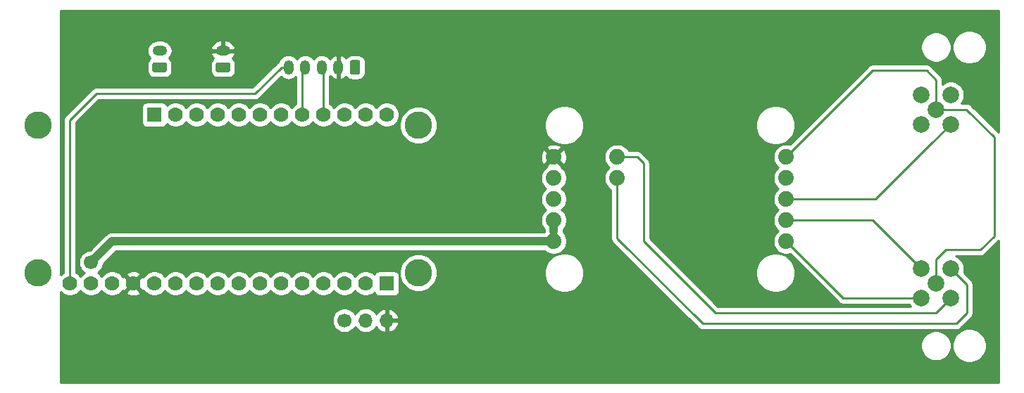
<source format=gbr>
G04 #@! TF.GenerationSoftware,KiCad,Pcbnew,5.1.4-3.fc31*
G04 #@! TF.CreationDate,2019-11-06T17:14:15+01:00*
G04 #@! TF.ProjectId,beieliscale-kicad,62656965-6c69-4736-9361-6c652d6b6963,rev?*
G04 #@! TF.SameCoordinates,Original*
G04 #@! TF.FileFunction,Copper,L1,Top*
G04 #@! TF.FilePolarity,Positive*
%FSLAX46Y46*%
G04 Gerber Fmt 4.6, Leading zero omitted, Abs format (unit mm)*
G04 Created by KiCad (PCBNEW 5.1.4-3.fc31) date 2019-11-06 17:14:15*
%MOMM*%
%LPD*%
G04 APERTURE LIST*
%ADD10C,1.700000*%
%ADD11O,1.700000X1.700000*%
%ADD12C,1.879600*%
%ADD13C,0.100000*%
%ADD14C,1.200000*%
%ADD15O,1.750000X1.200000*%
%ADD16C,2.000000*%
%ADD17C,3.302000*%
%ADD18C,1.778000*%
%ADD19R,1.778000X1.778000*%
%ADD20O,1.200000X1.750000*%
%ADD21C,0.250000*%
%ADD22C,1.000000*%
%ADD23C,0.254000*%
G04 APERTURE END LIST*
D10*
X79375000Y-71960000D03*
D11*
X81915000Y-71960000D03*
X84455000Y-71960000D03*
D12*
X132475000Y-52275000D03*
X132475000Y-54815000D03*
X132475000Y-57355000D03*
X132475000Y-59895000D03*
X132475000Y-62435000D03*
X104535000Y-62435000D03*
X104535000Y-59895000D03*
X104535000Y-57355000D03*
X104535000Y-54815000D03*
X104535000Y-52275000D03*
X112155000Y-54815000D03*
X112155000Y-52275000D03*
D13*
G36*
X65419505Y-40881204D02*
G01*
X65443773Y-40884804D01*
X65467572Y-40890765D01*
X65490671Y-40899030D01*
X65512850Y-40909520D01*
X65533893Y-40922132D01*
X65553599Y-40936747D01*
X65571777Y-40953223D01*
X65588253Y-40971401D01*
X65602868Y-40991107D01*
X65615480Y-41012150D01*
X65625970Y-41034329D01*
X65634235Y-41057428D01*
X65640196Y-41081227D01*
X65643796Y-41105495D01*
X65645000Y-41129999D01*
X65645000Y-41830001D01*
X65643796Y-41854505D01*
X65640196Y-41878773D01*
X65634235Y-41902572D01*
X65625970Y-41925671D01*
X65615480Y-41947850D01*
X65602868Y-41968893D01*
X65588253Y-41988599D01*
X65571777Y-42006777D01*
X65553599Y-42023253D01*
X65533893Y-42037868D01*
X65512850Y-42050480D01*
X65490671Y-42060970D01*
X65467572Y-42069235D01*
X65443773Y-42075196D01*
X65419505Y-42078796D01*
X65395001Y-42080000D01*
X64144999Y-42080000D01*
X64120495Y-42078796D01*
X64096227Y-42075196D01*
X64072428Y-42069235D01*
X64049329Y-42060970D01*
X64027150Y-42050480D01*
X64006107Y-42037868D01*
X63986401Y-42023253D01*
X63968223Y-42006777D01*
X63951747Y-41988599D01*
X63937132Y-41968893D01*
X63924520Y-41947850D01*
X63914030Y-41925671D01*
X63905765Y-41902572D01*
X63899804Y-41878773D01*
X63896204Y-41854505D01*
X63895000Y-41830001D01*
X63895000Y-41129999D01*
X63896204Y-41105495D01*
X63899804Y-41081227D01*
X63905765Y-41057428D01*
X63914030Y-41034329D01*
X63924520Y-41012150D01*
X63937132Y-40991107D01*
X63951747Y-40971401D01*
X63968223Y-40953223D01*
X63986401Y-40936747D01*
X64006107Y-40922132D01*
X64027150Y-40909520D01*
X64049329Y-40899030D01*
X64072428Y-40890765D01*
X64096227Y-40884804D01*
X64120495Y-40881204D01*
X64144999Y-40880000D01*
X65395001Y-40880000D01*
X65419505Y-40881204D01*
X65419505Y-40881204D01*
G37*
D14*
X64770000Y-41480000D03*
D15*
X64770000Y-39480000D03*
D16*
X150495000Y-46560000D03*
X152265000Y-44790000D03*
X152265000Y-48330000D03*
X148725000Y-44790000D03*
X148725000Y-48330000D03*
X148725000Y-69285000D03*
X148725000Y-65745000D03*
X152265000Y-69285000D03*
X152265000Y-65745000D03*
X150495000Y-67515000D03*
D15*
X57150000Y-39480000D03*
D13*
G36*
X57799505Y-40881204D02*
G01*
X57823773Y-40884804D01*
X57847572Y-40890765D01*
X57870671Y-40899030D01*
X57892850Y-40909520D01*
X57913893Y-40922132D01*
X57933599Y-40936747D01*
X57951777Y-40953223D01*
X57968253Y-40971401D01*
X57982868Y-40991107D01*
X57995480Y-41012150D01*
X58005970Y-41034329D01*
X58014235Y-41057428D01*
X58020196Y-41081227D01*
X58023796Y-41105495D01*
X58025000Y-41129999D01*
X58025000Y-41830001D01*
X58023796Y-41854505D01*
X58020196Y-41878773D01*
X58014235Y-41902572D01*
X58005970Y-41925671D01*
X57995480Y-41947850D01*
X57982868Y-41968893D01*
X57968253Y-41988599D01*
X57951777Y-42006777D01*
X57933599Y-42023253D01*
X57913893Y-42037868D01*
X57892850Y-42050480D01*
X57870671Y-42060970D01*
X57847572Y-42069235D01*
X57823773Y-42075196D01*
X57799505Y-42078796D01*
X57775001Y-42080000D01*
X56524999Y-42080000D01*
X56500495Y-42078796D01*
X56476227Y-42075196D01*
X56452428Y-42069235D01*
X56429329Y-42060970D01*
X56407150Y-42050480D01*
X56386107Y-42037868D01*
X56366401Y-42023253D01*
X56348223Y-42006777D01*
X56331747Y-41988599D01*
X56317132Y-41968893D01*
X56304520Y-41947850D01*
X56294030Y-41925671D01*
X56285765Y-41902572D01*
X56279804Y-41878773D01*
X56276204Y-41854505D01*
X56275000Y-41830001D01*
X56275000Y-41129999D01*
X56276204Y-41105495D01*
X56279804Y-41081227D01*
X56285765Y-41057428D01*
X56294030Y-41034329D01*
X56304520Y-41012150D01*
X56317132Y-40991107D01*
X56331747Y-40971401D01*
X56348223Y-40953223D01*
X56366401Y-40936747D01*
X56386107Y-40922132D01*
X56407150Y-40909520D01*
X56429329Y-40899030D01*
X56452428Y-40890765D01*
X56476227Y-40884804D01*
X56500495Y-40881204D01*
X56524999Y-40880000D01*
X57775001Y-40880000D01*
X57799505Y-40881204D01*
X57799505Y-40881204D01*
G37*
D14*
X57150000Y-41480000D03*
D17*
X42545000Y-48465000D03*
X42545000Y-66245000D03*
X88265000Y-66245000D03*
X88265000Y-48465000D03*
D18*
X46355000Y-67515000D03*
X48895000Y-67515000D03*
X51435000Y-67515000D03*
X53975000Y-67515000D03*
X56515000Y-67515000D03*
X59055000Y-67515000D03*
X61595000Y-67515000D03*
X64135000Y-67515000D03*
X66675000Y-67515000D03*
X69215000Y-67515000D03*
X71755000Y-67515000D03*
X74295000Y-67515000D03*
X76835000Y-67515000D03*
X79375000Y-67515000D03*
X81915000Y-67515000D03*
D19*
X84455000Y-67515000D03*
D18*
X59055000Y-47195000D03*
D19*
X56515000Y-47195000D03*
D18*
X61595000Y-47195000D03*
X64135000Y-47195000D03*
X66675000Y-47195000D03*
X69215000Y-47195000D03*
X71755000Y-47195000D03*
X74295000Y-47195000D03*
X76835000Y-47195000D03*
X79375000Y-47195000D03*
X81915000Y-47195000D03*
X84455000Y-47195000D03*
D13*
G36*
X81019505Y-40606204D02*
G01*
X81043773Y-40609804D01*
X81067572Y-40615765D01*
X81090671Y-40624030D01*
X81112850Y-40634520D01*
X81133893Y-40647132D01*
X81153599Y-40661747D01*
X81171777Y-40678223D01*
X81188253Y-40696401D01*
X81202868Y-40716107D01*
X81215480Y-40737150D01*
X81225970Y-40759329D01*
X81234235Y-40782428D01*
X81240196Y-40806227D01*
X81243796Y-40830495D01*
X81245000Y-40854999D01*
X81245000Y-42105001D01*
X81243796Y-42129505D01*
X81240196Y-42153773D01*
X81234235Y-42177572D01*
X81225970Y-42200671D01*
X81215480Y-42222850D01*
X81202868Y-42243893D01*
X81188253Y-42263599D01*
X81171777Y-42281777D01*
X81153599Y-42298253D01*
X81133893Y-42312868D01*
X81112850Y-42325480D01*
X81090671Y-42335970D01*
X81067572Y-42344235D01*
X81043773Y-42350196D01*
X81019505Y-42353796D01*
X80995001Y-42355000D01*
X80294999Y-42355000D01*
X80270495Y-42353796D01*
X80246227Y-42350196D01*
X80222428Y-42344235D01*
X80199329Y-42335970D01*
X80177150Y-42325480D01*
X80156107Y-42312868D01*
X80136401Y-42298253D01*
X80118223Y-42281777D01*
X80101747Y-42263599D01*
X80087132Y-42243893D01*
X80074520Y-42222850D01*
X80064030Y-42200671D01*
X80055765Y-42177572D01*
X80049804Y-42153773D01*
X80046204Y-42129505D01*
X80045000Y-42105001D01*
X80045000Y-40854999D01*
X80046204Y-40830495D01*
X80049804Y-40806227D01*
X80055765Y-40782428D01*
X80064030Y-40759329D01*
X80074520Y-40737150D01*
X80087132Y-40716107D01*
X80101747Y-40696401D01*
X80118223Y-40678223D01*
X80136401Y-40661747D01*
X80156107Y-40647132D01*
X80177150Y-40634520D01*
X80199329Y-40624030D01*
X80222428Y-40615765D01*
X80246227Y-40609804D01*
X80270495Y-40606204D01*
X80294999Y-40605000D01*
X80995001Y-40605000D01*
X81019505Y-40606204D01*
X81019505Y-40606204D01*
G37*
D14*
X80645000Y-41480000D03*
D20*
X78645000Y-41480000D03*
X76645000Y-41480000D03*
X74645000Y-41480000D03*
X72645000Y-41480000D03*
D10*
X48895000Y-64975000D03*
D21*
X64280000Y-39480000D02*
X65405000Y-39480000D01*
X76835000Y-41670000D02*
X76645000Y-41480000D01*
X76835000Y-47195000D02*
X76835000Y-41670000D01*
X74295000Y-41830000D02*
X74645000Y-41480000D01*
X74295000Y-47195000D02*
X74295000Y-41830000D01*
X71795000Y-41480000D02*
X72645000Y-41480000D01*
X49530000Y-44655000D02*
X68620000Y-44655000D01*
X46355000Y-47830000D02*
X49530000Y-44655000D01*
X46355000Y-67515000D02*
X46355000Y-47830000D01*
X68620000Y-44655000D02*
X71795000Y-41480000D01*
X150495000Y-43004000D02*
X150495000Y-46560000D01*
X149352000Y-41861000D02*
X150495000Y-43004000D01*
X132475000Y-52275000D02*
X142889000Y-41861000D01*
X142889000Y-41861000D02*
X149352000Y-41861000D01*
X154142501Y-46560000D02*
X157480000Y-49897499D01*
X150495000Y-64594000D02*
X150495000Y-67515000D01*
X157480000Y-61800000D02*
X155829000Y-63451000D01*
X151638000Y-63451000D02*
X150495000Y-64594000D01*
X157480000Y-49897499D02*
X157480000Y-61800000D01*
X150495000Y-46560000D02*
X154142501Y-46560000D01*
X155829000Y-63451000D02*
X151638000Y-63451000D01*
X152265000Y-48410553D02*
X152265000Y-48330000D01*
X149844000Y-50751000D02*
X152265000Y-48330000D01*
X143240000Y-57355000D02*
X149844000Y-50751000D01*
X132475000Y-57355000D02*
X143240000Y-57355000D01*
X142875000Y-59895000D02*
X148725000Y-65745000D01*
X132475000Y-59895000D02*
X142875000Y-59895000D01*
X139325000Y-69285000D02*
X148725000Y-69285000D01*
X132475000Y-62435000D02*
X139325000Y-69285000D01*
D22*
X51435000Y-62435000D02*
X104535000Y-62435000D01*
X48895000Y-64975000D02*
X51435000Y-62435000D01*
D21*
X104535000Y-61224077D02*
X104535000Y-62435000D01*
D22*
X104535000Y-59895000D02*
X104535000Y-61224077D01*
D21*
X154178000Y-67658000D02*
X152265000Y-65745000D01*
X112155000Y-62068000D02*
X122428000Y-72341000D01*
X112155000Y-54815000D02*
X112155000Y-62068000D01*
X122428000Y-72341000D02*
X152908000Y-72341000D01*
X152908000Y-72341000D02*
X154178000Y-71071000D01*
X154178000Y-71071000D02*
X154178000Y-67658000D01*
X112155000Y-52275000D02*
X114554000Y-52275000D01*
X114554000Y-52275000D02*
X115316000Y-53037000D01*
X115316000Y-53037000D02*
X115316000Y-62435000D01*
X115316000Y-62435000D02*
X123952000Y-71071000D01*
X150479000Y-71071000D02*
X152265000Y-69285000D01*
X123952000Y-71071000D02*
X150479000Y-71071000D01*
D23*
G36*
X157988000Y-49330697D02*
G01*
X154706305Y-46049003D01*
X154682502Y-46019999D01*
X154566777Y-45925026D01*
X154434748Y-45854454D01*
X154291487Y-45810997D01*
X154179834Y-45800000D01*
X154179823Y-45800000D01*
X154142501Y-45796324D01*
X154105179Y-45800000D01*
X153556537Y-45800000D01*
X153713918Y-45564463D01*
X153837168Y-45266912D01*
X153900000Y-44951033D01*
X153900000Y-44628967D01*
X153837168Y-44313088D01*
X153713918Y-44015537D01*
X153534987Y-43747748D01*
X153307252Y-43520013D01*
X153039463Y-43341082D01*
X152741912Y-43217832D01*
X152426033Y-43155000D01*
X152103967Y-43155000D01*
X151788088Y-43217832D01*
X151490537Y-43341082D01*
X151255000Y-43498463D01*
X151255000Y-43041322D01*
X151258676Y-43003999D01*
X151255000Y-42966676D01*
X151255000Y-42966667D01*
X151244003Y-42855014D01*
X151200546Y-42711753D01*
X151129975Y-42579725D01*
X151129974Y-42579723D01*
X151058799Y-42492997D01*
X151035001Y-42463999D01*
X151006004Y-42440202D01*
X149915804Y-41350002D01*
X149892001Y-41320999D01*
X149776276Y-41226026D01*
X149644247Y-41155454D01*
X149500986Y-41111997D01*
X149389333Y-41101000D01*
X149389322Y-41101000D01*
X149352000Y-41097324D01*
X149314678Y-41101000D01*
X142926322Y-41101000D01*
X142888999Y-41097324D01*
X142851676Y-41101000D01*
X142851667Y-41101000D01*
X142740014Y-41111997D01*
X142633405Y-41144336D01*
X142596753Y-41155454D01*
X142464723Y-41226026D01*
X142386773Y-41289999D01*
X142348999Y-41320999D01*
X142325201Y-41349997D01*
X132917778Y-50757421D01*
X132630104Y-50700200D01*
X132319896Y-50700200D01*
X132015648Y-50760718D01*
X131729052Y-50879430D01*
X131471123Y-51051773D01*
X131251773Y-51271123D01*
X131079430Y-51529052D01*
X130960718Y-51815648D01*
X130900200Y-52119896D01*
X130900200Y-52430104D01*
X130960718Y-52734352D01*
X131079430Y-53020948D01*
X131251773Y-53278877D01*
X131471123Y-53498227D01*
X131541124Y-53545000D01*
X131471123Y-53591773D01*
X131251773Y-53811123D01*
X131079430Y-54069052D01*
X130960718Y-54355648D01*
X130900200Y-54659896D01*
X130900200Y-54970104D01*
X130960718Y-55274352D01*
X131079430Y-55560948D01*
X131251773Y-55818877D01*
X131471123Y-56038227D01*
X131541124Y-56085000D01*
X131471123Y-56131773D01*
X131251773Y-56351123D01*
X131079430Y-56609052D01*
X130960718Y-56895648D01*
X130900200Y-57199896D01*
X130900200Y-57510104D01*
X130960718Y-57814352D01*
X131079430Y-58100948D01*
X131251773Y-58358877D01*
X131471123Y-58578227D01*
X131541124Y-58625000D01*
X131471123Y-58671773D01*
X131251773Y-58891123D01*
X131079430Y-59149052D01*
X130960718Y-59435648D01*
X130900200Y-59739896D01*
X130900200Y-60050104D01*
X130960718Y-60354352D01*
X131079430Y-60640948D01*
X131251773Y-60898877D01*
X131471123Y-61118227D01*
X131541124Y-61165000D01*
X131471123Y-61211773D01*
X131251773Y-61431123D01*
X131079430Y-61689052D01*
X130960718Y-61975648D01*
X130900200Y-62279896D01*
X130900200Y-62590104D01*
X130960718Y-62894352D01*
X131079430Y-63180948D01*
X131251773Y-63438877D01*
X131471123Y-63658227D01*
X131729052Y-63830570D01*
X132015648Y-63949282D01*
X132319896Y-64009800D01*
X132630104Y-64009800D01*
X132917778Y-63952579D01*
X138761201Y-69796003D01*
X138784999Y-69825001D01*
X138813997Y-69848799D01*
X138900723Y-69919974D01*
X139032753Y-69990546D01*
X139176014Y-70034003D01*
X139287667Y-70045000D01*
X139287677Y-70045000D01*
X139325000Y-70048676D01*
X139362323Y-70045000D01*
X147270091Y-70045000D01*
X147276082Y-70059463D01*
X147444154Y-70311000D01*
X124266802Y-70311000D01*
X119965900Y-66010098D01*
X128820000Y-66010098D01*
X128820000Y-66479902D01*
X128911654Y-66940679D01*
X129091440Y-67374721D01*
X129352450Y-67765349D01*
X129684651Y-68097550D01*
X130075279Y-68358560D01*
X130509321Y-68538346D01*
X130970098Y-68630000D01*
X131439902Y-68630000D01*
X131900679Y-68538346D01*
X132334721Y-68358560D01*
X132725349Y-68097550D01*
X133057550Y-67765349D01*
X133318560Y-67374721D01*
X133498346Y-66940679D01*
X133590000Y-66479902D01*
X133590000Y-66010098D01*
X133498346Y-65549321D01*
X133318560Y-65115279D01*
X133057550Y-64724651D01*
X132725349Y-64392450D01*
X132334721Y-64131440D01*
X131900679Y-63951654D01*
X131439902Y-63860000D01*
X130970098Y-63860000D01*
X130509321Y-63951654D01*
X130075279Y-64131440D01*
X129684651Y-64392450D01*
X129352450Y-64724651D01*
X129091440Y-65115279D01*
X128911654Y-65549321D01*
X128820000Y-66010098D01*
X119965900Y-66010098D01*
X116076000Y-62120199D01*
X116076000Y-53074325D01*
X116079676Y-53037000D01*
X116076000Y-52999675D01*
X116076000Y-52999667D01*
X116065003Y-52888014D01*
X116021546Y-52744753D01*
X115950974Y-52612724D01*
X115856001Y-52496999D01*
X115827004Y-52473202D01*
X115117803Y-51764002D01*
X115094001Y-51734999D01*
X114978276Y-51640026D01*
X114846247Y-51569454D01*
X114702986Y-51525997D01*
X114591333Y-51515000D01*
X114591322Y-51515000D01*
X114554000Y-51511324D01*
X114516678Y-51515000D01*
X113541181Y-51515000D01*
X113378227Y-51271123D01*
X113158877Y-51051773D01*
X112900948Y-50879430D01*
X112614352Y-50760718D01*
X112310104Y-50700200D01*
X111999896Y-50700200D01*
X111695648Y-50760718D01*
X111409052Y-50879430D01*
X111151123Y-51051773D01*
X110931773Y-51271123D01*
X110759430Y-51529052D01*
X110640718Y-51815648D01*
X110580200Y-52119896D01*
X110580200Y-52430104D01*
X110640718Y-52734352D01*
X110759430Y-53020948D01*
X110931773Y-53278877D01*
X111151123Y-53498227D01*
X111221124Y-53545000D01*
X111151123Y-53591773D01*
X110931773Y-53811123D01*
X110759430Y-54069052D01*
X110640718Y-54355648D01*
X110580200Y-54659896D01*
X110580200Y-54970104D01*
X110640718Y-55274352D01*
X110759430Y-55560948D01*
X110931773Y-55818877D01*
X111151123Y-56038227D01*
X111395000Y-56201181D01*
X111395001Y-62030668D01*
X111391324Y-62068000D01*
X111395001Y-62105333D01*
X111405998Y-62216986D01*
X111419180Y-62260442D01*
X111449454Y-62360246D01*
X111520026Y-62492276D01*
X111578624Y-62563677D01*
X111615000Y-62608001D01*
X111643998Y-62631799D01*
X121864201Y-72852003D01*
X121887999Y-72881001D01*
X121916997Y-72904799D01*
X122003723Y-72975974D01*
X122076986Y-73015134D01*
X122135753Y-73046546D01*
X122279014Y-73090003D01*
X122390667Y-73101000D01*
X122390677Y-73101000D01*
X122428000Y-73104676D01*
X122465323Y-73101000D01*
X152870678Y-73101000D01*
X152908000Y-73104676D01*
X152945322Y-73101000D01*
X152945333Y-73101000D01*
X153056986Y-73090003D01*
X153200247Y-73046546D01*
X153332276Y-72975974D01*
X153448001Y-72881001D01*
X153471804Y-72851997D01*
X154689004Y-71634798D01*
X154718001Y-71611001D01*
X154812974Y-71495276D01*
X154883546Y-71363247D01*
X154927003Y-71219986D01*
X154938000Y-71108333D01*
X154938000Y-71108324D01*
X154941676Y-71071001D01*
X154938000Y-71033678D01*
X154938000Y-67695333D01*
X154941677Y-67658000D01*
X154931270Y-67552332D01*
X154927003Y-67509014D01*
X154883546Y-67365753D01*
X154812974Y-67233724D01*
X154718001Y-67117999D01*
X154689003Y-67094201D01*
X153831177Y-66236375D01*
X153837168Y-66221912D01*
X153900000Y-65906033D01*
X153900000Y-65583967D01*
X153837168Y-65268088D01*
X153713918Y-64970537D01*
X153534987Y-64702748D01*
X153307252Y-64475013D01*
X153039463Y-64296082D01*
X152834057Y-64211000D01*
X155791678Y-64211000D01*
X155829000Y-64214676D01*
X155866322Y-64211000D01*
X155866333Y-64211000D01*
X155977986Y-64200003D01*
X156121247Y-64156546D01*
X156253276Y-64085974D01*
X156369001Y-63991001D01*
X156392804Y-63961997D01*
X157988000Y-62366802D01*
X157988000Y-79453000D01*
X45212000Y-79453000D01*
X45212000Y-74834268D01*
X148660000Y-74834268D01*
X148660000Y-75195732D01*
X148730518Y-75550250D01*
X148868844Y-75884199D01*
X149069662Y-76184744D01*
X149325256Y-76440338D01*
X149625801Y-76641156D01*
X149959750Y-76779482D01*
X150314268Y-76850000D01*
X150675732Y-76850000D01*
X151030250Y-76779482D01*
X151364199Y-76641156D01*
X151664744Y-76440338D01*
X151920338Y-76184744D01*
X152121156Y-75884199D01*
X152259482Y-75550250D01*
X152330000Y-75195732D01*
X152330000Y-74834268D01*
X152325593Y-74812108D01*
X152435000Y-74812108D01*
X152435000Y-75217892D01*
X152514165Y-75615880D01*
X152669452Y-75990776D01*
X152894894Y-76328173D01*
X153181827Y-76615106D01*
X153519224Y-76840548D01*
X153894120Y-76995835D01*
X154292108Y-77075000D01*
X154697892Y-77075000D01*
X155095880Y-76995835D01*
X155470776Y-76840548D01*
X155808173Y-76615106D01*
X156095106Y-76328173D01*
X156320548Y-75990776D01*
X156475835Y-75615880D01*
X156555000Y-75217892D01*
X156555000Y-74812108D01*
X156475835Y-74414120D01*
X156320548Y-74039224D01*
X156095106Y-73701827D01*
X155808173Y-73414894D01*
X155470776Y-73189452D01*
X155095880Y-73034165D01*
X154697892Y-72955000D01*
X154292108Y-72955000D01*
X153894120Y-73034165D01*
X153519224Y-73189452D01*
X153181827Y-73414894D01*
X152894894Y-73701827D01*
X152669452Y-74039224D01*
X152514165Y-74414120D01*
X152435000Y-74812108D01*
X152325593Y-74812108D01*
X152259482Y-74479750D01*
X152121156Y-74145801D01*
X151920338Y-73845256D01*
X151664744Y-73589662D01*
X151364199Y-73388844D01*
X151030250Y-73250518D01*
X150675732Y-73180000D01*
X150314268Y-73180000D01*
X149959750Y-73250518D01*
X149625801Y-73388844D01*
X149325256Y-73589662D01*
X149069662Y-73845256D01*
X148868844Y-74145801D01*
X148730518Y-74479750D01*
X148660000Y-74834268D01*
X45212000Y-74834268D01*
X45212000Y-71813740D01*
X77890000Y-71813740D01*
X77890000Y-72106260D01*
X77947068Y-72393158D01*
X78059010Y-72663411D01*
X78221525Y-72906632D01*
X78428368Y-73113475D01*
X78671589Y-73275990D01*
X78941842Y-73387932D01*
X79228740Y-73445000D01*
X79521260Y-73445000D01*
X79808158Y-73387932D01*
X80078411Y-73275990D01*
X80321632Y-73113475D01*
X80528475Y-72906632D01*
X80644415Y-72733115D01*
X80674294Y-72789014D01*
X80859866Y-73015134D01*
X81085986Y-73200706D01*
X81343966Y-73338599D01*
X81623889Y-73423513D01*
X81842050Y-73445000D01*
X81987950Y-73445000D01*
X82206111Y-73423513D01*
X82486034Y-73338599D01*
X82744014Y-73200706D01*
X82970134Y-73015134D01*
X83155706Y-72789014D01*
X83190201Y-72724477D01*
X83259822Y-72841355D01*
X83454731Y-73057588D01*
X83688080Y-73231641D01*
X83950901Y-73356825D01*
X84098110Y-73401476D01*
X84328000Y-73280155D01*
X84328000Y-72087000D01*
X84582000Y-72087000D01*
X84582000Y-73280155D01*
X84811890Y-73401476D01*
X84959099Y-73356825D01*
X85221920Y-73231641D01*
X85455269Y-73057588D01*
X85650178Y-72841355D01*
X85799157Y-72591252D01*
X85896481Y-72316891D01*
X85775814Y-72087000D01*
X84582000Y-72087000D01*
X84328000Y-72087000D01*
X84308000Y-72087000D01*
X84308000Y-71833000D01*
X84328000Y-71833000D01*
X84328000Y-70639845D01*
X84582000Y-70639845D01*
X84582000Y-71833000D01*
X85775814Y-71833000D01*
X85896481Y-71603109D01*
X85799157Y-71328748D01*
X85650178Y-71078645D01*
X85455269Y-70862412D01*
X85221920Y-70688359D01*
X84959099Y-70563175D01*
X84811890Y-70518524D01*
X84582000Y-70639845D01*
X84328000Y-70639845D01*
X84098110Y-70518524D01*
X83950901Y-70563175D01*
X83688080Y-70688359D01*
X83454731Y-70862412D01*
X83259822Y-71078645D01*
X83190201Y-71195523D01*
X83155706Y-71130986D01*
X82970134Y-70904866D01*
X82744014Y-70719294D01*
X82486034Y-70581401D01*
X82206111Y-70496487D01*
X81987950Y-70475000D01*
X81842050Y-70475000D01*
X81623889Y-70496487D01*
X81343966Y-70581401D01*
X81085986Y-70719294D01*
X80859866Y-70904866D01*
X80674294Y-71130986D01*
X80644415Y-71186885D01*
X80528475Y-71013368D01*
X80321632Y-70806525D01*
X80078411Y-70644010D01*
X79808158Y-70532068D01*
X79521260Y-70475000D01*
X79228740Y-70475000D01*
X78941842Y-70532068D01*
X78671589Y-70644010D01*
X78428368Y-70806525D01*
X78221525Y-71013368D01*
X78059010Y-71256589D01*
X77947068Y-71526842D01*
X77890000Y-71813740D01*
X45212000Y-71813740D01*
X45212000Y-68527261D01*
X45383507Y-68698768D01*
X45633115Y-68865551D01*
X45910466Y-68980434D01*
X46204899Y-69039000D01*
X46505101Y-69039000D01*
X46799534Y-68980434D01*
X47076885Y-68865551D01*
X47326493Y-68698768D01*
X47538768Y-68486493D01*
X47625000Y-68357438D01*
X47711232Y-68486493D01*
X47923507Y-68698768D01*
X48173115Y-68865551D01*
X48450466Y-68980434D01*
X48744899Y-69039000D01*
X49045101Y-69039000D01*
X49339534Y-68980434D01*
X49616885Y-68865551D01*
X49866493Y-68698768D01*
X50078768Y-68486493D01*
X50165000Y-68357438D01*
X50251232Y-68486493D01*
X50463507Y-68698768D01*
X50713115Y-68865551D01*
X50990466Y-68980434D01*
X51284899Y-69039000D01*
X51585101Y-69039000D01*
X51879534Y-68980434D01*
X52156885Y-68865551D01*
X52406493Y-68698768D01*
X52534030Y-68571231D01*
X53098374Y-68571231D01*
X53180727Y-68824289D01*
X53451418Y-68954086D01*
X53742230Y-69028580D01*
X54041988Y-69044908D01*
X54339171Y-69002443D01*
X54622359Y-68902816D01*
X54769273Y-68824289D01*
X54851626Y-68571231D01*
X53975000Y-67694605D01*
X53098374Y-68571231D01*
X52534030Y-68571231D01*
X52618768Y-68486493D01*
X52724417Y-68328378D01*
X52918769Y-68391626D01*
X53795395Y-67515000D01*
X54154605Y-67515000D01*
X55031231Y-68391626D01*
X55225583Y-68328378D01*
X55331232Y-68486493D01*
X55543507Y-68698768D01*
X55793115Y-68865551D01*
X56070466Y-68980434D01*
X56364899Y-69039000D01*
X56665101Y-69039000D01*
X56959534Y-68980434D01*
X57236885Y-68865551D01*
X57486493Y-68698768D01*
X57698768Y-68486493D01*
X57785000Y-68357438D01*
X57871232Y-68486493D01*
X58083507Y-68698768D01*
X58333115Y-68865551D01*
X58610466Y-68980434D01*
X58904899Y-69039000D01*
X59205101Y-69039000D01*
X59499534Y-68980434D01*
X59776885Y-68865551D01*
X60026493Y-68698768D01*
X60238768Y-68486493D01*
X60325000Y-68357438D01*
X60411232Y-68486493D01*
X60623507Y-68698768D01*
X60873115Y-68865551D01*
X61150466Y-68980434D01*
X61444899Y-69039000D01*
X61745101Y-69039000D01*
X62039534Y-68980434D01*
X62316885Y-68865551D01*
X62566493Y-68698768D01*
X62778768Y-68486493D01*
X62865000Y-68357438D01*
X62951232Y-68486493D01*
X63163507Y-68698768D01*
X63413115Y-68865551D01*
X63690466Y-68980434D01*
X63984899Y-69039000D01*
X64285101Y-69039000D01*
X64579534Y-68980434D01*
X64856885Y-68865551D01*
X65106493Y-68698768D01*
X65318768Y-68486493D01*
X65405000Y-68357438D01*
X65491232Y-68486493D01*
X65703507Y-68698768D01*
X65953115Y-68865551D01*
X66230466Y-68980434D01*
X66524899Y-69039000D01*
X66825101Y-69039000D01*
X67119534Y-68980434D01*
X67396885Y-68865551D01*
X67646493Y-68698768D01*
X67858768Y-68486493D01*
X67945000Y-68357438D01*
X68031232Y-68486493D01*
X68243507Y-68698768D01*
X68493115Y-68865551D01*
X68770466Y-68980434D01*
X69064899Y-69039000D01*
X69365101Y-69039000D01*
X69659534Y-68980434D01*
X69936885Y-68865551D01*
X70186493Y-68698768D01*
X70398768Y-68486493D01*
X70485000Y-68357438D01*
X70571232Y-68486493D01*
X70783507Y-68698768D01*
X71033115Y-68865551D01*
X71310466Y-68980434D01*
X71604899Y-69039000D01*
X71905101Y-69039000D01*
X72199534Y-68980434D01*
X72476885Y-68865551D01*
X72726493Y-68698768D01*
X72938768Y-68486493D01*
X73025000Y-68357438D01*
X73111232Y-68486493D01*
X73323507Y-68698768D01*
X73573115Y-68865551D01*
X73850466Y-68980434D01*
X74144899Y-69039000D01*
X74445101Y-69039000D01*
X74739534Y-68980434D01*
X75016885Y-68865551D01*
X75266493Y-68698768D01*
X75478768Y-68486493D01*
X75565000Y-68357438D01*
X75651232Y-68486493D01*
X75863507Y-68698768D01*
X76113115Y-68865551D01*
X76390466Y-68980434D01*
X76684899Y-69039000D01*
X76985101Y-69039000D01*
X77279534Y-68980434D01*
X77556885Y-68865551D01*
X77806493Y-68698768D01*
X78018768Y-68486493D01*
X78105000Y-68357438D01*
X78191232Y-68486493D01*
X78403507Y-68698768D01*
X78653115Y-68865551D01*
X78930466Y-68980434D01*
X79224899Y-69039000D01*
X79525101Y-69039000D01*
X79819534Y-68980434D01*
X80096885Y-68865551D01*
X80346493Y-68698768D01*
X80558768Y-68486493D01*
X80645000Y-68357438D01*
X80731232Y-68486493D01*
X80943507Y-68698768D01*
X81193115Y-68865551D01*
X81470466Y-68980434D01*
X81764899Y-69039000D01*
X82065101Y-69039000D01*
X82359534Y-68980434D01*
X82636885Y-68865551D01*
X82886493Y-68698768D01*
X82967324Y-68617937D01*
X82976498Y-68648180D01*
X83035463Y-68758494D01*
X83114815Y-68855185D01*
X83211506Y-68934537D01*
X83321820Y-68993502D01*
X83441518Y-69029812D01*
X83566000Y-69042072D01*
X85344000Y-69042072D01*
X85468482Y-69029812D01*
X85588180Y-68993502D01*
X85698494Y-68934537D01*
X85795185Y-68855185D01*
X85874537Y-68758494D01*
X85933502Y-68648180D01*
X85969812Y-68528482D01*
X85982072Y-68404000D01*
X85982072Y-66626000D01*
X85969812Y-66501518D01*
X85933502Y-66381820D01*
X85874537Y-66271506D01*
X85795185Y-66174815D01*
X85698494Y-66095463D01*
X85588180Y-66036498D01*
X85533296Y-66019849D01*
X85979000Y-66019849D01*
X85979000Y-66470151D01*
X86066850Y-66911802D01*
X86239173Y-67327827D01*
X86489348Y-67702240D01*
X86807760Y-68020652D01*
X87182173Y-68270827D01*
X87598198Y-68443150D01*
X88039849Y-68531000D01*
X88490151Y-68531000D01*
X88931802Y-68443150D01*
X89347827Y-68270827D01*
X89722240Y-68020652D01*
X90040652Y-67702240D01*
X90290827Y-67327827D01*
X90463150Y-66911802D01*
X90551000Y-66470151D01*
X90551000Y-66019849D01*
X90549061Y-66010098D01*
X103420000Y-66010098D01*
X103420000Y-66479902D01*
X103511654Y-66940679D01*
X103691440Y-67374721D01*
X103952450Y-67765349D01*
X104284651Y-68097550D01*
X104675279Y-68358560D01*
X105109321Y-68538346D01*
X105570098Y-68630000D01*
X106039902Y-68630000D01*
X106500679Y-68538346D01*
X106934721Y-68358560D01*
X107325349Y-68097550D01*
X107657550Y-67765349D01*
X107918560Y-67374721D01*
X108098346Y-66940679D01*
X108190000Y-66479902D01*
X108190000Y-66010098D01*
X108098346Y-65549321D01*
X107918560Y-65115279D01*
X107657550Y-64724651D01*
X107325349Y-64392450D01*
X106934721Y-64131440D01*
X106500679Y-63951654D01*
X106039902Y-63860000D01*
X105570098Y-63860000D01*
X105109321Y-63951654D01*
X104675279Y-64131440D01*
X104284651Y-64392450D01*
X103952450Y-64724651D01*
X103691440Y-65115279D01*
X103511654Y-65549321D01*
X103420000Y-66010098D01*
X90549061Y-66010098D01*
X90463150Y-65578198D01*
X90290827Y-65162173D01*
X90040652Y-64787760D01*
X89722240Y-64469348D01*
X89347827Y-64219173D01*
X88931802Y-64046850D01*
X88490151Y-63959000D01*
X88039849Y-63959000D01*
X87598198Y-64046850D01*
X87182173Y-64219173D01*
X86807760Y-64469348D01*
X86489348Y-64787760D01*
X86239173Y-65162173D01*
X86066850Y-65578198D01*
X85979000Y-66019849D01*
X85533296Y-66019849D01*
X85468482Y-66000188D01*
X85344000Y-65987928D01*
X83566000Y-65987928D01*
X83441518Y-66000188D01*
X83321820Y-66036498D01*
X83211506Y-66095463D01*
X83114815Y-66174815D01*
X83035463Y-66271506D01*
X82976498Y-66381820D01*
X82967324Y-66412063D01*
X82886493Y-66331232D01*
X82636885Y-66164449D01*
X82359534Y-66049566D01*
X82065101Y-65991000D01*
X81764899Y-65991000D01*
X81470466Y-66049566D01*
X81193115Y-66164449D01*
X80943507Y-66331232D01*
X80731232Y-66543507D01*
X80645000Y-66672562D01*
X80558768Y-66543507D01*
X80346493Y-66331232D01*
X80096885Y-66164449D01*
X79819534Y-66049566D01*
X79525101Y-65991000D01*
X79224899Y-65991000D01*
X78930466Y-66049566D01*
X78653115Y-66164449D01*
X78403507Y-66331232D01*
X78191232Y-66543507D01*
X78105000Y-66672562D01*
X78018768Y-66543507D01*
X77806493Y-66331232D01*
X77556885Y-66164449D01*
X77279534Y-66049566D01*
X76985101Y-65991000D01*
X76684899Y-65991000D01*
X76390466Y-66049566D01*
X76113115Y-66164449D01*
X75863507Y-66331232D01*
X75651232Y-66543507D01*
X75565000Y-66672562D01*
X75478768Y-66543507D01*
X75266493Y-66331232D01*
X75016885Y-66164449D01*
X74739534Y-66049566D01*
X74445101Y-65991000D01*
X74144899Y-65991000D01*
X73850466Y-66049566D01*
X73573115Y-66164449D01*
X73323507Y-66331232D01*
X73111232Y-66543507D01*
X73025000Y-66672562D01*
X72938768Y-66543507D01*
X72726493Y-66331232D01*
X72476885Y-66164449D01*
X72199534Y-66049566D01*
X71905101Y-65991000D01*
X71604899Y-65991000D01*
X71310466Y-66049566D01*
X71033115Y-66164449D01*
X70783507Y-66331232D01*
X70571232Y-66543507D01*
X70485000Y-66672562D01*
X70398768Y-66543507D01*
X70186493Y-66331232D01*
X69936885Y-66164449D01*
X69659534Y-66049566D01*
X69365101Y-65991000D01*
X69064899Y-65991000D01*
X68770466Y-66049566D01*
X68493115Y-66164449D01*
X68243507Y-66331232D01*
X68031232Y-66543507D01*
X67945000Y-66672562D01*
X67858768Y-66543507D01*
X67646493Y-66331232D01*
X67396885Y-66164449D01*
X67119534Y-66049566D01*
X66825101Y-65991000D01*
X66524899Y-65991000D01*
X66230466Y-66049566D01*
X65953115Y-66164449D01*
X65703507Y-66331232D01*
X65491232Y-66543507D01*
X65405000Y-66672562D01*
X65318768Y-66543507D01*
X65106493Y-66331232D01*
X64856885Y-66164449D01*
X64579534Y-66049566D01*
X64285101Y-65991000D01*
X63984899Y-65991000D01*
X63690466Y-66049566D01*
X63413115Y-66164449D01*
X63163507Y-66331232D01*
X62951232Y-66543507D01*
X62865000Y-66672562D01*
X62778768Y-66543507D01*
X62566493Y-66331232D01*
X62316885Y-66164449D01*
X62039534Y-66049566D01*
X61745101Y-65991000D01*
X61444899Y-65991000D01*
X61150466Y-66049566D01*
X60873115Y-66164449D01*
X60623507Y-66331232D01*
X60411232Y-66543507D01*
X60325000Y-66672562D01*
X60238768Y-66543507D01*
X60026493Y-66331232D01*
X59776885Y-66164449D01*
X59499534Y-66049566D01*
X59205101Y-65991000D01*
X58904899Y-65991000D01*
X58610466Y-66049566D01*
X58333115Y-66164449D01*
X58083507Y-66331232D01*
X57871232Y-66543507D01*
X57785000Y-66672562D01*
X57698768Y-66543507D01*
X57486493Y-66331232D01*
X57236885Y-66164449D01*
X56959534Y-66049566D01*
X56665101Y-65991000D01*
X56364899Y-65991000D01*
X56070466Y-66049566D01*
X55793115Y-66164449D01*
X55543507Y-66331232D01*
X55331232Y-66543507D01*
X55225583Y-66701622D01*
X55031231Y-66638374D01*
X54154605Y-67515000D01*
X53795395Y-67515000D01*
X52918769Y-66638374D01*
X52724417Y-66701622D01*
X52618768Y-66543507D01*
X52534030Y-66458769D01*
X53098374Y-66458769D01*
X53975000Y-67335395D01*
X54851626Y-66458769D01*
X54769273Y-66205711D01*
X54498582Y-66075914D01*
X54207770Y-66001420D01*
X53908012Y-65985092D01*
X53610829Y-66027557D01*
X53327641Y-66127184D01*
X53180727Y-66205711D01*
X53098374Y-66458769D01*
X52534030Y-66458769D01*
X52406493Y-66331232D01*
X52156885Y-66164449D01*
X51879534Y-66049566D01*
X51585101Y-65991000D01*
X51284899Y-65991000D01*
X50990466Y-66049566D01*
X50713115Y-66164449D01*
X50463507Y-66331232D01*
X50251232Y-66543507D01*
X50165000Y-66672562D01*
X50078768Y-66543507D01*
X49866493Y-66331232D01*
X49702339Y-66221548D01*
X49841632Y-66128475D01*
X50048475Y-65921632D01*
X50210990Y-65678411D01*
X50322932Y-65408158D01*
X50380000Y-65121260D01*
X50380000Y-65095131D01*
X51905132Y-63570000D01*
X103442896Y-63570000D01*
X103531123Y-63658227D01*
X103789052Y-63830570D01*
X104075648Y-63949282D01*
X104379896Y-64009800D01*
X104690104Y-64009800D01*
X104994352Y-63949282D01*
X105280948Y-63830570D01*
X105538877Y-63658227D01*
X105758227Y-63438877D01*
X105930570Y-63180948D01*
X106049282Y-62894352D01*
X106109800Y-62590104D01*
X106109800Y-62279896D01*
X106049282Y-61975648D01*
X105930570Y-61689052D01*
X105758227Y-61431123D01*
X105664345Y-61337241D01*
X105670000Y-61279829D01*
X105670000Y-60987104D01*
X105758227Y-60898877D01*
X105930570Y-60640948D01*
X106049282Y-60354352D01*
X106109800Y-60050104D01*
X106109800Y-59739896D01*
X106049282Y-59435648D01*
X105930570Y-59149052D01*
X105758227Y-58891123D01*
X105538877Y-58671773D01*
X105468876Y-58625000D01*
X105538877Y-58578227D01*
X105758227Y-58358877D01*
X105930570Y-58100948D01*
X106049282Y-57814352D01*
X106109800Y-57510104D01*
X106109800Y-57199896D01*
X106049282Y-56895648D01*
X105930570Y-56609052D01*
X105758227Y-56351123D01*
X105538877Y-56131773D01*
X105468876Y-56085000D01*
X105538877Y-56038227D01*
X105758227Y-55818877D01*
X105930570Y-55560948D01*
X106049282Y-55274352D01*
X106109800Y-54970104D01*
X106109800Y-54659896D01*
X106049282Y-54355648D01*
X105930570Y-54069052D01*
X105758227Y-53811123D01*
X105538877Y-53591773D01*
X105402286Y-53500505D01*
X105447871Y-53367476D01*
X104535000Y-52454605D01*
X103622129Y-53367476D01*
X103667714Y-53500505D01*
X103531123Y-53591773D01*
X103311773Y-53811123D01*
X103139430Y-54069052D01*
X103020718Y-54355648D01*
X102960200Y-54659896D01*
X102960200Y-54970104D01*
X103020718Y-55274352D01*
X103139430Y-55560948D01*
X103311773Y-55818877D01*
X103531123Y-56038227D01*
X103601124Y-56085000D01*
X103531123Y-56131773D01*
X103311773Y-56351123D01*
X103139430Y-56609052D01*
X103020718Y-56895648D01*
X102960200Y-57199896D01*
X102960200Y-57510104D01*
X103020718Y-57814352D01*
X103139430Y-58100948D01*
X103311773Y-58358877D01*
X103531123Y-58578227D01*
X103601124Y-58625000D01*
X103531123Y-58671773D01*
X103311773Y-58891123D01*
X103139430Y-59149052D01*
X103020718Y-59435648D01*
X102960200Y-59739896D01*
X102960200Y-60050104D01*
X103020718Y-60354352D01*
X103139430Y-60640948D01*
X103311773Y-60898877D01*
X103400000Y-60987104D01*
X103400000Y-61279829D01*
X103401987Y-61300000D01*
X51490741Y-61300000D01*
X51434999Y-61294510D01*
X51379257Y-61300000D01*
X51379248Y-61300000D01*
X51212501Y-61316423D01*
X50998553Y-61381324D01*
X50801377Y-61486716D01*
X50628551Y-61628551D01*
X50593009Y-61671859D01*
X48774869Y-63490000D01*
X48748740Y-63490000D01*
X48461842Y-63547068D01*
X48191589Y-63659010D01*
X47948368Y-63821525D01*
X47741525Y-64028368D01*
X47579010Y-64271589D01*
X47467068Y-64541842D01*
X47410000Y-64828740D01*
X47410000Y-65121260D01*
X47467068Y-65408158D01*
X47579010Y-65678411D01*
X47741525Y-65921632D01*
X47948368Y-66128475D01*
X48087661Y-66221548D01*
X47923507Y-66331232D01*
X47711232Y-66543507D01*
X47625000Y-66672562D01*
X47538768Y-66543507D01*
X47326493Y-66331232D01*
X47115000Y-66189917D01*
X47115000Y-52339977D01*
X102953916Y-52339977D01*
X102996973Y-52647184D01*
X103099135Y-52940086D01*
X103184277Y-53099377D01*
X103442524Y-53187871D01*
X104355395Y-52275000D01*
X104714605Y-52275000D01*
X105627476Y-53187871D01*
X105885723Y-53099377D01*
X106020597Y-52820024D01*
X106098381Y-52519725D01*
X106116084Y-52210023D01*
X106073027Y-51902816D01*
X105970865Y-51609914D01*
X105885723Y-51450623D01*
X105627476Y-51362129D01*
X104714605Y-52275000D01*
X104355395Y-52275000D01*
X103442524Y-51362129D01*
X103184277Y-51450623D01*
X103049403Y-51729976D01*
X102971619Y-52030275D01*
X102953916Y-52339977D01*
X47115000Y-52339977D01*
X47115000Y-51182524D01*
X103622129Y-51182524D01*
X104535000Y-52095395D01*
X105447871Y-51182524D01*
X105359377Y-50924277D01*
X105080024Y-50789403D01*
X104779725Y-50711619D01*
X104470023Y-50693916D01*
X104162816Y-50736973D01*
X103869914Y-50839135D01*
X103710623Y-50924277D01*
X103622129Y-51182524D01*
X47115000Y-51182524D01*
X47115000Y-48144801D01*
X49844802Y-45415000D01*
X68582678Y-45415000D01*
X68620000Y-45418676D01*
X68657322Y-45415000D01*
X68657333Y-45415000D01*
X68768986Y-45404003D01*
X68912247Y-45360546D01*
X69044276Y-45289974D01*
X69160001Y-45195001D01*
X69183804Y-45165997D01*
X71744871Y-42604931D01*
X71767498Y-42632502D01*
X71955551Y-42786833D01*
X72170099Y-42901511D01*
X72402898Y-42972130D01*
X72645000Y-42995975D01*
X72887101Y-42972130D01*
X73119900Y-42901511D01*
X73334448Y-42786833D01*
X73522502Y-42632502D01*
X73535001Y-42617272D01*
X73535000Y-45869917D01*
X73323507Y-46011232D01*
X73111232Y-46223507D01*
X73025000Y-46352562D01*
X72938768Y-46223507D01*
X72726493Y-46011232D01*
X72476885Y-45844449D01*
X72199534Y-45729566D01*
X71905101Y-45671000D01*
X71604899Y-45671000D01*
X71310466Y-45729566D01*
X71033115Y-45844449D01*
X70783507Y-46011232D01*
X70571232Y-46223507D01*
X70485000Y-46352562D01*
X70398768Y-46223507D01*
X70186493Y-46011232D01*
X69936885Y-45844449D01*
X69659534Y-45729566D01*
X69365101Y-45671000D01*
X69064899Y-45671000D01*
X68770466Y-45729566D01*
X68493115Y-45844449D01*
X68243507Y-46011232D01*
X68031232Y-46223507D01*
X67945000Y-46352562D01*
X67858768Y-46223507D01*
X67646493Y-46011232D01*
X67396885Y-45844449D01*
X67119534Y-45729566D01*
X66825101Y-45671000D01*
X66524899Y-45671000D01*
X66230466Y-45729566D01*
X65953115Y-45844449D01*
X65703507Y-46011232D01*
X65491232Y-46223507D01*
X65405000Y-46352562D01*
X65318768Y-46223507D01*
X65106493Y-46011232D01*
X64856885Y-45844449D01*
X64579534Y-45729566D01*
X64285101Y-45671000D01*
X63984899Y-45671000D01*
X63690466Y-45729566D01*
X63413115Y-45844449D01*
X63163507Y-46011232D01*
X62951232Y-46223507D01*
X62865000Y-46352562D01*
X62778768Y-46223507D01*
X62566493Y-46011232D01*
X62316885Y-45844449D01*
X62039534Y-45729566D01*
X61745101Y-45671000D01*
X61444899Y-45671000D01*
X61150466Y-45729566D01*
X60873115Y-45844449D01*
X60623507Y-46011232D01*
X60411232Y-46223507D01*
X60325000Y-46352562D01*
X60238768Y-46223507D01*
X60026493Y-46011232D01*
X59776885Y-45844449D01*
X59499534Y-45729566D01*
X59205101Y-45671000D01*
X58904899Y-45671000D01*
X58610466Y-45729566D01*
X58333115Y-45844449D01*
X58083507Y-46011232D01*
X58002676Y-46092063D01*
X57993502Y-46061820D01*
X57934537Y-45951506D01*
X57855185Y-45854815D01*
X57758494Y-45775463D01*
X57648180Y-45716498D01*
X57528482Y-45680188D01*
X57404000Y-45667928D01*
X55626000Y-45667928D01*
X55501518Y-45680188D01*
X55381820Y-45716498D01*
X55271506Y-45775463D01*
X55174815Y-45854815D01*
X55095463Y-45951506D01*
X55036498Y-46061820D01*
X55000188Y-46181518D01*
X54987928Y-46306000D01*
X54987928Y-48084000D01*
X55000188Y-48208482D01*
X55036498Y-48328180D01*
X55095463Y-48438494D01*
X55174815Y-48535185D01*
X55271506Y-48614537D01*
X55381820Y-48673502D01*
X55501518Y-48709812D01*
X55626000Y-48722072D01*
X57404000Y-48722072D01*
X57528482Y-48709812D01*
X57648180Y-48673502D01*
X57758494Y-48614537D01*
X57855185Y-48535185D01*
X57934537Y-48438494D01*
X57993502Y-48328180D01*
X58002676Y-48297937D01*
X58083507Y-48378768D01*
X58333115Y-48545551D01*
X58610466Y-48660434D01*
X58904899Y-48719000D01*
X59205101Y-48719000D01*
X59499534Y-48660434D01*
X59776885Y-48545551D01*
X60026493Y-48378768D01*
X60238768Y-48166493D01*
X60325000Y-48037438D01*
X60411232Y-48166493D01*
X60623507Y-48378768D01*
X60873115Y-48545551D01*
X61150466Y-48660434D01*
X61444899Y-48719000D01*
X61745101Y-48719000D01*
X62039534Y-48660434D01*
X62316885Y-48545551D01*
X62566493Y-48378768D01*
X62778768Y-48166493D01*
X62865000Y-48037438D01*
X62951232Y-48166493D01*
X63163507Y-48378768D01*
X63413115Y-48545551D01*
X63690466Y-48660434D01*
X63984899Y-48719000D01*
X64285101Y-48719000D01*
X64579534Y-48660434D01*
X64856885Y-48545551D01*
X65106493Y-48378768D01*
X65318768Y-48166493D01*
X65405000Y-48037438D01*
X65491232Y-48166493D01*
X65703507Y-48378768D01*
X65953115Y-48545551D01*
X66230466Y-48660434D01*
X66524899Y-48719000D01*
X66825101Y-48719000D01*
X67119534Y-48660434D01*
X67396885Y-48545551D01*
X67646493Y-48378768D01*
X67858768Y-48166493D01*
X67945000Y-48037438D01*
X68031232Y-48166493D01*
X68243507Y-48378768D01*
X68493115Y-48545551D01*
X68770466Y-48660434D01*
X69064899Y-48719000D01*
X69365101Y-48719000D01*
X69659534Y-48660434D01*
X69936885Y-48545551D01*
X70186493Y-48378768D01*
X70398768Y-48166493D01*
X70485000Y-48037438D01*
X70571232Y-48166493D01*
X70783507Y-48378768D01*
X71033115Y-48545551D01*
X71310466Y-48660434D01*
X71604899Y-48719000D01*
X71905101Y-48719000D01*
X72199534Y-48660434D01*
X72476885Y-48545551D01*
X72726493Y-48378768D01*
X72938768Y-48166493D01*
X73025000Y-48037438D01*
X73111232Y-48166493D01*
X73323507Y-48378768D01*
X73573115Y-48545551D01*
X73850466Y-48660434D01*
X74144899Y-48719000D01*
X74445101Y-48719000D01*
X74739534Y-48660434D01*
X75016885Y-48545551D01*
X75266493Y-48378768D01*
X75478768Y-48166493D01*
X75565000Y-48037438D01*
X75651232Y-48166493D01*
X75863507Y-48378768D01*
X76113115Y-48545551D01*
X76390466Y-48660434D01*
X76684899Y-48719000D01*
X76985101Y-48719000D01*
X77279534Y-48660434D01*
X77556885Y-48545551D01*
X77806493Y-48378768D01*
X78018768Y-48166493D01*
X78105000Y-48037438D01*
X78191232Y-48166493D01*
X78403507Y-48378768D01*
X78653115Y-48545551D01*
X78930466Y-48660434D01*
X79224899Y-48719000D01*
X79525101Y-48719000D01*
X79819534Y-48660434D01*
X80096885Y-48545551D01*
X80346493Y-48378768D01*
X80558768Y-48166493D01*
X80645000Y-48037438D01*
X80731232Y-48166493D01*
X80943507Y-48378768D01*
X81193115Y-48545551D01*
X81470466Y-48660434D01*
X81764899Y-48719000D01*
X82065101Y-48719000D01*
X82359534Y-48660434D01*
X82636885Y-48545551D01*
X82886493Y-48378768D01*
X83098768Y-48166493D01*
X83185000Y-48037438D01*
X83271232Y-48166493D01*
X83483507Y-48378768D01*
X83733115Y-48545551D01*
X84010466Y-48660434D01*
X84304899Y-48719000D01*
X84605101Y-48719000D01*
X84899534Y-48660434D01*
X85176885Y-48545551D01*
X85426493Y-48378768D01*
X85565412Y-48239849D01*
X85979000Y-48239849D01*
X85979000Y-48690151D01*
X86066850Y-49131802D01*
X86239173Y-49547827D01*
X86489348Y-49922240D01*
X86807760Y-50240652D01*
X87182173Y-50490827D01*
X87598198Y-50663150D01*
X88039849Y-50751000D01*
X88490151Y-50751000D01*
X88931802Y-50663150D01*
X89347827Y-50490827D01*
X89722240Y-50240652D01*
X90040652Y-49922240D01*
X90290827Y-49547827D01*
X90463150Y-49131802D01*
X90551000Y-48690151D01*
X90551000Y-48239849D01*
X90549061Y-48230098D01*
X103420000Y-48230098D01*
X103420000Y-48699902D01*
X103511654Y-49160679D01*
X103691440Y-49594721D01*
X103952450Y-49985349D01*
X104284651Y-50317550D01*
X104675279Y-50578560D01*
X105109321Y-50758346D01*
X105570098Y-50850000D01*
X106039902Y-50850000D01*
X106500679Y-50758346D01*
X106934721Y-50578560D01*
X107325349Y-50317550D01*
X107657550Y-49985349D01*
X107918560Y-49594721D01*
X108098346Y-49160679D01*
X108190000Y-48699902D01*
X108190000Y-48230098D01*
X128820000Y-48230098D01*
X128820000Y-48699902D01*
X128911654Y-49160679D01*
X129091440Y-49594721D01*
X129352450Y-49985349D01*
X129684651Y-50317550D01*
X130075279Y-50578560D01*
X130509321Y-50758346D01*
X130970098Y-50850000D01*
X131439902Y-50850000D01*
X131900679Y-50758346D01*
X132334721Y-50578560D01*
X132725349Y-50317550D01*
X133057550Y-49985349D01*
X133318560Y-49594721D01*
X133498346Y-49160679D01*
X133590000Y-48699902D01*
X133590000Y-48230098D01*
X133498346Y-47769321D01*
X133318560Y-47335279D01*
X133057550Y-46944651D01*
X132725349Y-46612450D01*
X132334721Y-46351440D01*
X131900679Y-46171654D01*
X131439902Y-46080000D01*
X130970098Y-46080000D01*
X130509321Y-46171654D01*
X130075279Y-46351440D01*
X129684651Y-46612450D01*
X129352450Y-46944651D01*
X129091440Y-47335279D01*
X128911654Y-47769321D01*
X128820000Y-48230098D01*
X108190000Y-48230098D01*
X108098346Y-47769321D01*
X107918560Y-47335279D01*
X107657550Y-46944651D01*
X107325349Y-46612450D01*
X106934721Y-46351440D01*
X106500679Y-46171654D01*
X106039902Y-46080000D01*
X105570098Y-46080000D01*
X105109321Y-46171654D01*
X104675279Y-46351440D01*
X104284651Y-46612450D01*
X103952450Y-46944651D01*
X103691440Y-47335279D01*
X103511654Y-47769321D01*
X103420000Y-48230098D01*
X90549061Y-48230098D01*
X90463150Y-47798198D01*
X90290827Y-47382173D01*
X90040652Y-47007760D01*
X89722240Y-46689348D01*
X89347827Y-46439173D01*
X88931802Y-46266850D01*
X88490151Y-46179000D01*
X88039849Y-46179000D01*
X87598198Y-46266850D01*
X87182173Y-46439173D01*
X86807760Y-46689348D01*
X86489348Y-47007760D01*
X86239173Y-47382173D01*
X86066850Y-47798198D01*
X85979000Y-48239849D01*
X85565412Y-48239849D01*
X85638768Y-48166493D01*
X85805551Y-47916885D01*
X85920434Y-47639534D01*
X85979000Y-47345101D01*
X85979000Y-47044899D01*
X85920434Y-46750466D01*
X85805551Y-46473115D01*
X85638768Y-46223507D01*
X85426493Y-46011232D01*
X85176885Y-45844449D01*
X84899534Y-45729566D01*
X84605101Y-45671000D01*
X84304899Y-45671000D01*
X84010466Y-45729566D01*
X83733115Y-45844449D01*
X83483507Y-46011232D01*
X83271232Y-46223507D01*
X83185000Y-46352562D01*
X83098768Y-46223507D01*
X82886493Y-46011232D01*
X82636885Y-45844449D01*
X82359534Y-45729566D01*
X82065101Y-45671000D01*
X81764899Y-45671000D01*
X81470466Y-45729566D01*
X81193115Y-45844449D01*
X80943507Y-46011232D01*
X80731232Y-46223507D01*
X80645000Y-46352562D01*
X80558768Y-46223507D01*
X80346493Y-46011232D01*
X80096885Y-45844449D01*
X79819534Y-45729566D01*
X79525101Y-45671000D01*
X79224899Y-45671000D01*
X78930466Y-45729566D01*
X78653115Y-45844449D01*
X78403507Y-46011232D01*
X78191232Y-46223507D01*
X78105000Y-46352562D01*
X78018768Y-46223507D01*
X77806493Y-46011232D01*
X77595000Y-45869917D01*
X77595000Y-42544163D01*
X77645481Y-42482652D01*
X77688693Y-42546725D01*
X77861526Y-42718078D01*
X78064467Y-42852421D01*
X78289718Y-42944591D01*
X78327391Y-42948462D01*
X78518000Y-42823731D01*
X78518000Y-41607000D01*
X78498000Y-41607000D01*
X78498000Y-41353000D01*
X78518000Y-41353000D01*
X78518000Y-40136269D01*
X78772000Y-40136269D01*
X78772000Y-41353000D01*
X78792000Y-41353000D01*
X78792000Y-41607000D01*
X78772000Y-41607000D01*
X78772000Y-42823731D01*
X78962609Y-42948462D01*
X79000282Y-42944591D01*
X79225533Y-42852421D01*
X79428474Y-42718078D01*
X79554033Y-42593594D01*
X79556595Y-42598387D01*
X79667038Y-42732962D01*
X79801613Y-42843405D01*
X79955149Y-42925472D01*
X80121745Y-42976008D01*
X80294999Y-42993072D01*
X80995001Y-42993072D01*
X81168255Y-42976008D01*
X81334851Y-42925472D01*
X81488387Y-42843405D01*
X81622962Y-42732962D01*
X81733405Y-42598387D01*
X81815472Y-42444851D01*
X81866008Y-42278255D01*
X81883072Y-42105001D01*
X81883072Y-40854999D01*
X81866008Y-40681745D01*
X81815472Y-40515149D01*
X81733405Y-40361613D01*
X81622962Y-40227038D01*
X81488387Y-40116595D01*
X81334851Y-40034528D01*
X81168255Y-39983992D01*
X80995001Y-39966928D01*
X80294999Y-39966928D01*
X80121745Y-39983992D01*
X79955149Y-40034528D01*
X79801613Y-40116595D01*
X79667038Y-40227038D01*
X79556595Y-40361613D01*
X79554033Y-40366406D01*
X79428474Y-40241922D01*
X79225533Y-40107579D01*
X79000282Y-40015409D01*
X78962609Y-40011538D01*
X78772000Y-40136269D01*
X78518000Y-40136269D01*
X78327391Y-40011538D01*
X78289718Y-40015409D01*
X78064467Y-40107579D01*
X77861526Y-40241922D01*
X77688693Y-40413275D01*
X77645481Y-40477348D01*
X77522502Y-40327498D01*
X77334449Y-40173167D01*
X77119901Y-40058489D01*
X76887102Y-39987870D01*
X76645000Y-39964025D01*
X76402899Y-39987870D01*
X76170100Y-40058489D01*
X75955552Y-40173167D01*
X75767499Y-40327498D01*
X75645001Y-40476763D01*
X75522502Y-40327498D01*
X75334449Y-40173167D01*
X75119901Y-40058489D01*
X74887102Y-39987870D01*
X74645000Y-39964025D01*
X74402899Y-39987870D01*
X74170100Y-40058489D01*
X73955552Y-40173167D01*
X73767499Y-40327498D01*
X73645001Y-40476763D01*
X73522502Y-40327498D01*
X73334449Y-40173167D01*
X73119901Y-40058489D01*
X72887102Y-39987870D01*
X72645000Y-39964025D01*
X72402899Y-39987870D01*
X72170100Y-40058489D01*
X71955552Y-40173167D01*
X71767499Y-40327498D01*
X71613168Y-40515551D01*
X71498489Y-40730099D01*
X71481605Y-40785758D01*
X71370723Y-40845026D01*
X71309830Y-40895000D01*
X71254999Y-40939999D01*
X71231201Y-40968997D01*
X68305199Y-43895000D01*
X49567322Y-43895000D01*
X49529999Y-43891324D01*
X49492676Y-43895000D01*
X49492667Y-43895000D01*
X49381014Y-43905997D01*
X49237753Y-43949454D01*
X49105723Y-44020026D01*
X49022083Y-44088668D01*
X48989999Y-44114999D01*
X48966201Y-44143997D01*
X45843998Y-47266201D01*
X45815000Y-47289999D01*
X45791202Y-47318997D01*
X45791201Y-47318998D01*
X45720026Y-47405724D01*
X45649454Y-47537754D01*
X45605998Y-47681015D01*
X45591324Y-47830000D01*
X45595001Y-47867333D01*
X45595000Y-66189917D01*
X45383507Y-66331232D01*
X45212000Y-66502739D01*
X45212000Y-39480000D01*
X55634025Y-39480000D01*
X55657870Y-39722102D01*
X55728489Y-39954901D01*
X55843167Y-40169449D01*
X55997498Y-40357502D01*
X56036111Y-40389191D01*
X56031613Y-40391595D01*
X55897038Y-40502038D01*
X55786595Y-40636613D01*
X55704528Y-40790149D01*
X55653992Y-40956745D01*
X55636928Y-41129999D01*
X55636928Y-41830001D01*
X55653992Y-42003255D01*
X55704528Y-42169851D01*
X55786595Y-42323387D01*
X55897038Y-42457962D01*
X56031613Y-42568405D01*
X56185149Y-42650472D01*
X56351745Y-42701008D01*
X56524999Y-42718072D01*
X57775001Y-42718072D01*
X57948255Y-42701008D01*
X58114851Y-42650472D01*
X58268387Y-42568405D01*
X58402962Y-42457962D01*
X58513405Y-42323387D01*
X58595472Y-42169851D01*
X58646008Y-42003255D01*
X58663072Y-41830001D01*
X58663072Y-41129999D01*
X63256928Y-41129999D01*
X63256928Y-41830001D01*
X63273992Y-42003255D01*
X63324528Y-42169851D01*
X63406595Y-42323387D01*
X63517038Y-42457962D01*
X63651613Y-42568405D01*
X63805149Y-42650472D01*
X63971745Y-42701008D01*
X64144999Y-42718072D01*
X65395001Y-42718072D01*
X65568255Y-42701008D01*
X65734851Y-42650472D01*
X65888387Y-42568405D01*
X66022962Y-42457962D01*
X66133405Y-42323387D01*
X66215472Y-42169851D01*
X66266008Y-42003255D01*
X66283072Y-41830001D01*
X66283072Y-41129999D01*
X66266008Y-40956745D01*
X66215472Y-40790149D01*
X66133405Y-40636613D01*
X66022962Y-40502038D01*
X65888387Y-40391595D01*
X65883594Y-40389033D01*
X66008078Y-40263474D01*
X66142421Y-40060533D01*
X66234591Y-39835282D01*
X66238462Y-39797609D01*
X66113731Y-39607000D01*
X64897000Y-39607000D01*
X64897000Y-39627000D01*
X64643000Y-39627000D01*
X64643000Y-39607000D01*
X63426269Y-39607000D01*
X63301538Y-39797609D01*
X63305409Y-39835282D01*
X63397579Y-40060533D01*
X63531922Y-40263474D01*
X63656406Y-40389033D01*
X63651613Y-40391595D01*
X63517038Y-40502038D01*
X63406595Y-40636613D01*
X63324528Y-40790149D01*
X63273992Y-40956745D01*
X63256928Y-41129999D01*
X58663072Y-41129999D01*
X58646008Y-40956745D01*
X58595472Y-40790149D01*
X58513405Y-40636613D01*
X58402962Y-40502038D01*
X58268387Y-40391595D01*
X58263889Y-40389191D01*
X58302502Y-40357502D01*
X58456833Y-40169449D01*
X58571511Y-39954901D01*
X58642130Y-39722102D01*
X58665975Y-39480000D01*
X58642130Y-39237898D01*
X58619226Y-39162391D01*
X63301538Y-39162391D01*
X63426269Y-39353000D01*
X64643000Y-39353000D01*
X64643000Y-38245000D01*
X64897000Y-38245000D01*
X64897000Y-39353000D01*
X66113731Y-39353000D01*
X66238462Y-39162391D01*
X66234591Y-39124718D01*
X66142421Y-38899467D01*
X66129050Y-38879268D01*
X148660000Y-38879268D01*
X148660000Y-39240732D01*
X148730518Y-39595250D01*
X148868844Y-39929199D01*
X149069662Y-40229744D01*
X149325256Y-40485338D01*
X149625801Y-40686156D01*
X149959750Y-40824482D01*
X150314268Y-40895000D01*
X150675732Y-40895000D01*
X151030250Y-40824482D01*
X151364199Y-40686156D01*
X151664744Y-40485338D01*
X151920338Y-40229744D01*
X152121156Y-39929199D01*
X152259482Y-39595250D01*
X152330000Y-39240732D01*
X152330000Y-38879268D01*
X152325593Y-38857108D01*
X152435000Y-38857108D01*
X152435000Y-39262892D01*
X152514165Y-39660880D01*
X152669452Y-40035776D01*
X152894894Y-40373173D01*
X153181827Y-40660106D01*
X153519224Y-40885548D01*
X153894120Y-41040835D01*
X154292108Y-41120000D01*
X154697892Y-41120000D01*
X155095880Y-41040835D01*
X155470776Y-40885548D01*
X155808173Y-40660106D01*
X156095106Y-40373173D01*
X156320548Y-40035776D01*
X156475835Y-39660880D01*
X156555000Y-39262892D01*
X156555000Y-38857108D01*
X156475835Y-38459120D01*
X156320548Y-38084224D01*
X156095106Y-37746827D01*
X155808173Y-37459894D01*
X155470776Y-37234452D01*
X155095880Y-37079165D01*
X154697892Y-37000000D01*
X154292108Y-37000000D01*
X153894120Y-37079165D01*
X153519224Y-37234452D01*
X153181827Y-37459894D01*
X152894894Y-37746827D01*
X152669452Y-38084224D01*
X152514165Y-38459120D01*
X152435000Y-38857108D01*
X152325593Y-38857108D01*
X152259482Y-38524750D01*
X152121156Y-38190801D01*
X151920338Y-37890256D01*
X151664744Y-37634662D01*
X151364199Y-37433844D01*
X151030250Y-37295518D01*
X150675732Y-37225000D01*
X150314268Y-37225000D01*
X149959750Y-37295518D01*
X149625801Y-37433844D01*
X149325256Y-37634662D01*
X149069662Y-37890256D01*
X148868844Y-38190801D01*
X148730518Y-38524750D01*
X148660000Y-38879268D01*
X66129050Y-38879268D01*
X66008078Y-38696526D01*
X65836725Y-38523693D01*
X65634946Y-38387610D01*
X65410496Y-38293507D01*
X65172000Y-38245000D01*
X64897000Y-38245000D01*
X64643000Y-38245000D01*
X64368000Y-38245000D01*
X64129504Y-38293507D01*
X63905054Y-38387610D01*
X63703275Y-38523693D01*
X63531922Y-38696526D01*
X63397579Y-38899467D01*
X63305409Y-39124718D01*
X63301538Y-39162391D01*
X58619226Y-39162391D01*
X58571511Y-39005099D01*
X58456833Y-38790551D01*
X58302502Y-38602498D01*
X58114449Y-38448167D01*
X57899901Y-38333489D01*
X57667102Y-38262870D01*
X57485665Y-38245000D01*
X56814335Y-38245000D01*
X56632898Y-38262870D01*
X56400099Y-38333489D01*
X56185551Y-38448167D01*
X55997498Y-38602498D01*
X55843167Y-38790551D01*
X55728489Y-39005099D01*
X55657870Y-39237898D01*
X55634025Y-39480000D01*
X45212000Y-39480000D01*
X45212000Y-34622000D01*
X157988000Y-34622000D01*
X157988000Y-49330697D01*
X157988000Y-49330697D01*
G37*
X157988000Y-49330697D02*
X154706305Y-46049003D01*
X154682502Y-46019999D01*
X154566777Y-45925026D01*
X154434748Y-45854454D01*
X154291487Y-45810997D01*
X154179834Y-45800000D01*
X154179823Y-45800000D01*
X154142501Y-45796324D01*
X154105179Y-45800000D01*
X153556537Y-45800000D01*
X153713918Y-45564463D01*
X153837168Y-45266912D01*
X153900000Y-44951033D01*
X153900000Y-44628967D01*
X153837168Y-44313088D01*
X153713918Y-44015537D01*
X153534987Y-43747748D01*
X153307252Y-43520013D01*
X153039463Y-43341082D01*
X152741912Y-43217832D01*
X152426033Y-43155000D01*
X152103967Y-43155000D01*
X151788088Y-43217832D01*
X151490537Y-43341082D01*
X151255000Y-43498463D01*
X151255000Y-43041322D01*
X151258676Y-43003999D01*
X151255000Y-42966676D01*
X151255000Y-42966667D01*
X151244003Y-42855014D01*
X151200546Y-42711753D01*
X151129975Y-42579725D01*
X151129974Y-42579723D01*
X151058799Y-42492997D01*
X151035001Y-42463999D01*
X151006004Y-42440202D01*
X149915804Y-41350002D01*
X149892001Y-41320999D01*
X149776276Y-41226026D01*
X149644247Y-41155454D01*
X149500986Y-41111997D01*
X149389333Y-41101000D01*
X149389322Y-41101000D01*
X149352000Y-41097324D01*
X149314678Y-41101000D01*
X142926322Y-41101000D01*
X142888999Y-41097324D01*
X142851676Y-41101000D01*
X142851667Y-41101000D01*
X142740014Y-41111997D01*
X142633405Y-41144336D01*
X142596753Y-41155454D01*
X142464723Y-41226026D01*
X142386773Y-41289999D01*
X142348999Y-41320999D01*
X142325201Y-41349997D01*
X132917778Y-50757421D01*
X132630104Y-50700200D01*
X132319896Y-50700200D01*
X132015648Y-50760718D01*
X131729052Y-50879430D01*
X131471123Y-51051773D01*
X131251773Y-51271123D01*
X131079430Y-51529052D01*
X130960718Y-51815648D01*
X130900200Y-52119896D01*
X130900200Y-52430104D01*
X130960718Y-52734352D01*
X131079430Y-53020948D01*
X131251773Y-53278877D01*
X131471123Y-53498227D01*
X131541124Y-53545000D01*
X131471123Y-53591773D01*
X131251773Y-53811123D01*
X131079430Y-54069052D01*
X130960718Y-54355648D01*
X130900200Y-54659896D01*
X130900200Y-54970104D01*
X130960718Y-55274352D01*
X131079430Y-55560948D01*
X131251773Y-55818877D01*
X131471123Y-56038227D01*
X131541124Y-56085000D01*
X131471123Y-56131773D01*
X131251773Y-56351123D01*
X131079430Y-56609052D01*
X130960718Y-56895648D01*
X130900200Y-57199896D01*
X130900200Y-57510104D01*
X130960718Y-57814352D01*
X131079430Y-58100948D01*
X131251773Y-58358877D01*
X131471123Y-58578227D01*
X131541124Y-58625000D01*
X131471123Y-58671773D01*
X131251773Y-58891123D01*
X131079430Y-59149052D01*
X130960718Y-59435648D01*
X130900200Y-59739896D01*
X130900200Y-60050104D01*
X130960718Y-60354352D01*
X131079430Y-60640948D01*
X131251773Y-60898877D01*
X131471123Y-61118227D01*
X131541124Y-61165000D01*
X131471123Y-61211773D01*
X131251773Y-61431123D01*
X131079430Y-61689052D01*
X130960718Y-61975648D01*
X130900200Y-62279896D01*
X130900200Y-62590104D01*
X130960718Y-62894352D01*
X131079430Y-63180948D01*
X131251773Y-63438877D01*
X131471123Y-63658227D01*
X131729052Y-63830570D01*
X132015648Y-63949282D01*
X132319896Y-64009800D01*
X132630104Y-64009800D01*
X132917778Y-63952579D01*
X138761201Y-69796003D01*
X138784999Y-69825001D01*
X138813997Y-69848799D01*
X138900723Y-69919974D01*
X139032753Y-69990546D01*
X139176014Y-70034003D01*
X139287667Y-70045000D01*
X139287677Y-70045000D01*
X139325000Y-70048676D01*
X139362323Y-70045000D01*
X147270091Y-70045000D01*
X147276082Y-70059463D01*
X147444154Y-70311000D01*
X124266802Y-70311000D01*
X119965900Y-66010098D01*
X128820000Y-66010098D01*
X128820000Y-66479902D01*
X128911654Y-66940679D01*
X129091440Y-67374721D01*
X129352450Y-67765349D01*
X129684651Y-68097550D01*
X130075279Y-68358560D01*
X130509321Y-68538346D01*
X130970098Y-68630000D01*
X131439902Y-68630000D01*
X131900679Y-68538346D01*
X132334721Y-68358560D01*
X132725349Y-68097550D01*
X133057550Y-67765349D01*
X133318560Y-67374721D01*
X133498346Y-66940679D01*
X133590000Y-66479902D01*
X133590000Y-66010098D01*
X133498346Y-65549321D01*
X133318560Y-65115279D01*
X133057550Y-64724651D01*
X132725349Y-64392450D01*
X132334721Y-64131440D01*
X131900679Y-63951654D01*
X131439902Y-63860000D01*
X130970098Y-63860000D01*
X130509321Y-63951654D01*
X130075279Y-64131440D01*
X129684651Y-64392450D01*
X129352450Y-64724651D01*
X129091440Y-65115279D01*
X128911654Y-65549321D01*
X128820000Y-66010098D01*
X119965900Y-66010098D01*
X116076000Y-62120199D01*
X116076000Y-53074325D01*
X116079676Y-53037000D01*
X116076000Y-52999675D01*
X116076000Y-52999667D01*
X116065003Y-52888014D01*
X116021546Y-52744753D01*
X115950974Y-52612724D01*
X115856001Y-52496999D01*
X115827004Y-52473202D01*
X115117803Y-51764002D01*
X115094001Y-51734999D01*
X114978276Y-51640026D01*
X114846247Y-51569454D01*
X114702986Y-51525997D01*
X114591333Y-51515000D01*
X114591322Y-51515000D01*
X114554000Y-51511324D01*
X114516678Y-51515000D01*
X113541181Y-51515000D01*
X113378227Y-51271123D01*
X113158877Y-51051773D01*
X112900948Y-50879430D01*
X112614352Y-50760718D01*
X112310104Y-50700200D01*
X111999896Y-50700200D01*
X111695648Y-50760718D01*
X111409052Y-50879430D01*
X111151123Y-51051773D01*
X110931773Y-51271123D01*
X110759430Y-51529052D01*
X110640718Y-51815648D01*
X110580200Y-52119896D01*
X110580200Y-52430104D01*
X110640718Y-52734352D01*
X110759430Y-53020948D01*
X110931773Y-53278877D01*
X111151123Y-53498227D01*
X111221124Y-53545000D01*
X111151123Y-53591773D01*
X110931773Y-53811123D01*
X110759430Y-54069052D01*
X110640718Y-54355648D01*
X110580200Y-54659896D01*
X110580200Y-54970104D01*
X110640718Y-55274352D01*
X110759430Y-55560948D01*
X110931773Y-55818877D01*
X111151123Y-56038227D01*
X111395000Y-56201181D01*
X111395001Y-62030668D01*
X111391324Y-62068000D01*
X111395001Y-62105333D01*
X111405998Y-62216986D01*
X111419180Y-62260442D01*
X111449454Y-62360246D01*
X111520026Y-62492276D01*
X111578624Y-62563677D01*
X111615000Y-62608001D01*
X111643998Y-62631799D01*
X121864201Y-72852003D01*
X121887999Y-72881001D01*
X121916997Y-72904799D01*
X122003723Y-72975974D01*
X122076986Y-73015134D01*
X122135753Y-73046546D01*
X122279014Y-73090003D01*
X122390667Y-73101000D01*
X122390677Y-73101000D01*
X122428000Y-73104676D01*
X122465323Y-73101000D01*
X152870678Y-73101000D01*
X152908000Y-73104676D01*
X152945322Y-73101000D01*
X152945333Y-73101000D01*
X153056986Y-73090003D01*
X153200247Y-73046546D01*
X153332276Y-72975974D01*
X153448001Y-72881001D01*
X153471804Y-72851997D01*
X154689004Y-71634798D01*
X154718001Y-71611001D01*
X154812974Y-71495276D01*
X154883546Y-71363247D01*
X154927003Y-71219986D01*
X154938000Y-71108333D01*
X154938000Y-71108324D01*
X154941676Y-71071001D01*
X154938000Y-71033678D01*
X154938000Y-67695333D01*
X154941677Y-67658000D01*
X154931270Y-67552332D01*
X154927003Y-67509014D01*
X154883546Y-67365753D01*
X154812974Y-67233724D01*
X154718001Y-67117999D01*
X154689003Y-67094201D01*
X153831177Y-66236375D01*
X153837168Y-66221912D01*
X153900000Y-65906033D01*
X153900000Y-65583967D01*
X153837168Y-65268088D01*
X153713918Y-64970537D01*
X153534987Y-64702748D01*
X153307252Y-64475013D01*
X153039463Y-64296082D01*
X152834057Y-64211000D01*
X155791678Y-64211000D01*
X155829000Y-64214676D01*
X155866322Y-64211000D01*
X155866333Y-64211000D01*
X155977986Y-64200003D01*
X156121247Y-64156546D01*
X156253276Y-64085974D01*
X156369001Y-63991001D01*
X156392804Y-63961997D01*
X157988000Y-62366802D01*
X157988000Y-79453000D01*
X45212000Y-79453000D01*
X45212000Y-74834268D01*
X148660000Y-74834268D01*
X148660000Y-75195732D01*
X148730518Y-75550250D01*
X148868844Y-75884199D01*
X149069662Y-76184744D01*
X149325256Y-76440338D01*
X149625801Y-76641156D01*
X149959750Y-76779482D01*
X150314268Y-76850000D01*
X150675732Y-76850000D01*
X151030250Y-76779482D01*
X151364199Y-76641156D01*
X151664744Y-76440338D01*
X151920338Y-76184744D01*
X152121156Y-75884199D01*
X152259482Y-75550250D01*
X152330000Y-75195732D01*
X152330000Y-74834268D01*
X152325593Y-74812108D01*
X152435000Y-74812108D01*
X152435000Y-75217892D01*
X152514165Y-75615880D01*
X152669452Y-75990776D01*
X152894894Y-76328173D01*
X153181827Y-76615106D01*
X153519224Y-76840548D01*
X153894120Y-76995835D01*
X154292108Y-77075000D01*
X154697892Y-77075000D01*
X155095880Y-76995835D01*
X155470776Y-76840548D01*
X155808173Y-76615106D01*
X156095106Y-76328173D01*
X156320548Y-75990776D01*
X156475835Y-75615880D01*
X156555000Y-75217892D01*
X156555000Y-74812108D01*
X156475835Y-74414120D01*
X156320548Y-74039224D01*
X156095106Y-73701827D01*
X155808173Y-73414894D01*
X155470776Y-73189452D01*
X155095880Y-73034165D01*
X154697892Y-72955000D01*
X154292108Y-72955000D01*
X153894120Y-73034165D01*
X153519224Y-73189452D01*
X153181827Y-73414894D01*
X152894894Y-73701827D01*
X152669452Y-74039224D01*
X152514165Y-74414120D01*
X152435000Y-74812108D01*
X152325593Y-74812108D01*
X152259482Y-74479750D01*
X152121156Y-74145801D01*
X151920338Y-73845256D01*
X151664744Y-73589662D01*
X151364199Y-73388844D01*
X151030250Y-73250518D01*
X150675732Y-73180000D01*
X150314268Y-73180000D01*
X149959750Y-73250518D01*
X149625801Y-73388844D01*
X149325256Y-73589662D01*
X149069662Y-73845256D01*
X148868844Y-74145801D01*
X148730518Y-74479750D01*
X148660000Y-74834268D01*
X45212000Y-74834268D01*
X45212000Y-71813740D01*
X77890000Y-71813740D01*
X77890000Y-72106260D01*
X77947068Y-72393158D01*
X78059010Y-72663411D01*
X78221525Y-72906632D01*
X78428368Y-73113475D01*
X78671589Y-73275990D01*
X78941842Y-73387932D01*
X79228740Y-73445000D01*
X79521260Y-73445000D01*
X79808158Y-73387932D01*
X80078411Y-73275990D01*
X80321632Y-73113475D01*
X80528475Y-72906632D01*
X80644415Y-72733115D01*
X80674294Y-72789014D01*
X80859866Y-73015134D01*
X81085986Y-73200706D01*
X81343966Y-73338599D01*
X81623889Y-73423513D01*
X81842050Y-73445000D01*
X81987950Y-73445000D01*
X82206111Y-73423513D01*
X82486034Y-73338599D01*
X82744014Y-73200706D01*
X82970134Y-73015134D01*
X83155706Y-72789014D01*
X83190201Y-72724477D01*
X83259822Y-72841355D01*
X83454731Y-73057588D01*
X83688080Y-73231641D01*
X83950901Y-73356825D01*
X84098110Y-73401476D01*
X84328000Y-73280155D01*
X84328000Y-72087000D01*
X84582000Y-72087000D01*
X84582000Y-73280155D01*
X84811890Y-73401476D01*
X84959099Y-73356825D01*
X85221920Y-73231641D01*
X85455269Y-73057588D01*
X85650178Y-72841355D01*
X85799157Y-72591252D01*
X85896481Y-72316891D01*
X85775814Y-72087000D01*
X84582000Y-72087000D01*
X84328000Y-72087000D01*
X84308000Y-72087000D01*
X84308000Y-71833000D01*
X84328000Y-71833000D01*
X84328000Y-70639845D01*
X84582000Y-70639845D01*
X84582000Y-71833000D01*
X85775814Y-71833000D01*
X85896481Y-71603109D01*
X85799157Y-71328748D01*
X85650178Y-71078645D01*
X85455269Y-70862412D01*
X85221920Y-70688359D01*
X84959099Y-70563175D01*
X84811890Y-70518524D01*
X84582000Y-70639845D01*
X84328000Y-70639845D01*
X84098110Y-70518524D01*
X83950901Y-70563175D01*
X83688080Y-70688359D01*
X83454731Y-70862412D01*
X83259822Y-71078645D01*
X83190201Y-71195523D01*
X83155706Y-71130986D01*
X82970134Y-70904866D01*
X82744014Y-70719294D01*
X82486034Y-70581401D01*
X82206111Y-70496487D01*
X81987950Y-70475000D01*
X81842050Y-70475000D01*
X81623889Y-70496487D01*
X81343966Y-70581401D01*
X81085986Y-70719294D01*
X80859866Y-70904866D01*
X80674294Y-71130986D01*
X80644415Y-71186885D01*
X80528475Y-71013368D01*
X80321632Y-70806525D01*
X80078411Y-70644010D01*
X79808158Y-70532068D01*
X79521260Y-70475000D01*
X79228740Y-70475000D01*
X78941842Y-70532068D01*
X78671589Y-70644010D01*
X78428368Y-70806525D01*
X78221525Y-71013368D01*
X78059010Y-71256589D01*
X77947068Y-71526842D01*
X77890000Y-71813740D01*
X45212000Y-71813740D01*
X45212000Y-68527261D01*
X45383507Y-68698768D01*
X45633115Y-68865551D01*
X45910466Y-68980434D01*
X46204899Y-69039000D01*
X46505101Y-69039000D01*
X46799534Y-68980434D01*
X47076885Y-68865551D01*
X47326493Y-68698768D01*
X47538768Y-68486493D01*
X47625000Y-68357438D01*
X47711232Y-68486493D01*
X47923507Y-68698768D01*
X48173115Y-68865551D01*
X48450466Y-68980434D01*
X48744899Y-69039000D01*
X49045101Y-69039000D01*
X49339534Y-68980434D01*
X49616885Y-68865551D01*
X49866493Y-68698768D01*
X50078768Y-68486493D01*
X50165000Y-68357438D01*
X50251232Y-68486493D01*
X50463507Y-68698768D01*
X50713115Y-68865551D01*
X50990466Y-68980434D01*
X51284899Y-69039000D01*
X51585101Y-69039000D01*
X51879534Y-68980434D01*
X52156885Y-68865551D01*
X52406493Y-68698768D01*
X52534030Y-68571231D01*
X53098374Y-68571231D01*
X53180727Y-68824289D01*
X53451418Y-68954086D01*
X53742230Y-69028580D01*
X54041988Y-69044908D01*
X54339171Y-69002443D01*
X54622359Y-68902816D01*
X54769273Y-68824289D01*
X54851626Y-68571231D01*
X53975000Y-67694605D01*
X53098374Y-68571231D01*
X52534030Y-68571231D01*
X52618768Y-68486493D01*
X52724417Y-68328378D01*
X52918769Y-68391626D01*
X53795395Y-67515000D01*
X54154605Y-67515000D01*
X55031231Y-68391626D01*
X55225583Y-68328378D01*
X55331232Y-68486493D01*
X55543507Y-68698768D01*
X55793115Y-68865551D01*
X56070466Y-68980434D01*
X56364899Y-69039000D01*
X56665101Y-69039000D01*
X56959534Y-68980434D01*
X57236885Y-68865551D01*
X57486493Y-68698768D01*
X57698768Y-68486493D01*
X57785000Y-68357438D01*
X57871232Y-68486493D01*
X58083507Y-68698768D01*
X58333115Y-68865551D01*
X58610466Y-68980434D01*
X58904899Y-69039000D01*
X59205101Y-69039000D01*
X59499534Y-68980434D01*
X59776885Y-68865551D01*
X60026493Y-68698768D01*
X60238768Y-68486493D01*
X60325000Y-68357438D01*
X60411232Y-68486493D01*
X60623507Y-68698768D01*
X60873115Y-68865551D01*
X61150466Y-68980434D01*
X61444899Y-69039000D01*
X61745101Y-69039000D01*
X62039534Y-68980434D01*
X62316885Y-68865551D01*
X62566493Y-68698768D01*
X62778768Y-68486493D01*
X62865000Y-68357438D01*
X62951232Y-68486493D01*
X63163507Y-68698768D01*
X63413115Y-68865551D01*
X63690466Y-68980434D01*
X63984899Y-69039000D01*
X64285101Y-69039000D01*
X64579534Y-68980434D01*
X64856885Y-68865551D01*
X65106493Y-68698768D01*
X65318768Y-68486493D01*
X65405000Y-68357438D01*
X65491232Y-68486493D01*
X65703507Y-68698768D01*
X65953115Y-68865551D01*
X66230466Y-68980434D01*
X66524899Y-69039000D01*
X66825101Y-69039000D01*
X67119534Y-68980434D01*
X67396885Y-68865551D01*
X67646493Y-68698768D01*
X67858768Y-68486493D01*
X67945000Y-68357438D01*
X68031232Y-68486493D01*
X68243507Y-68698768D01*
X68493115Y-68865551D01*
X68770466Y-68980434D01*
X69064899Y-69039000D01*
X69365101Y-69039000D01*
X69659534Y-68980434D01*
X69936885Y-68865551D01*
X70186493Y-68698768D01*
X70398768Y-68486493D01*
X70485000Y-68357438D01*
X70571232Y-68486493D01*
X70783507Y-68698768D01*
X71033115Y-68865551D01*
X71310466Y-68980434D01*
X71604899Y-69039000D01*
X71905101Y-69039000D01*
X72199534Y-68980434D01*
X72476885Y-68865551D01*
X72726493Y-68698768D01*
X72938768Y-68486493D01*
X73025000Y-68357438D01*
X73111232Y-68486493D01*
X73323507Y-68698768D01*
X73573115Y-68865551D01*
X73850466Y-68980434D01*
X74144899Y-69039000D01*
X74445101Y-69039000D01*
X74739534Y-68980434D01*
X75016885Y-68865551D01*
X75266493Y-68698768D01*
X75478768Y-68486493D01*
X75565000Y-68357438D01*
X75651232Y-68486493D01*
X75863507Y-68698768D01*
X76113115Y-68865551D01*
X76390466Y-68980434D01*
X76684899Y-69039000D01*
X76985101Y-69039000D01*
X77279534Y-68980434D01*
X77556885Y-68865551D01*
X77806493Y-68698768D01*
X78018768Y-68486493D01*
X78105000Y-68357438D01*
X78191232Y-68486493D01*
X78403507Y-68698768D01*
X78653115Y-68865551D01*
X78930466Y-68980434D01*
X79224899Y-69039000D01*
X79525101Y-69039000D01*
X79819534Y-68980434D01*
X80096885Y-68865551D01*
X80346493Y-68698768D01*
X80558768Y-68486493D01*
X80645000Y-68357438D01*
X80731232Y-68486493D01*
X80943507Y-68698768D01*
X81193115Y-68865551D01*
X81470466Y-68980434D01*
X81764899Y-69039000D01*
X82065101Y-69039000D01*
X82359534Y-68980434D01*
X82636885Y-68865551D01*
X82886493Y-68698768D01*
X82967324Y-68617937D01*
X82976498Y-68648180D01*
X83035463Y-68758494D01*
X83114815Y-68855185D01*
X83211506Y-68934537D01*
X83321820Y-68993502D01*
X83441518Y-69029812D01*
X83566000Y-69042072D01*
X85344000Y-69042072D01*
X85468482Y-69029812D01*
X85588180Y-68993502D01*
X85698494Y-68934537D01*
X85795185Y-68855185D01*
X85874537Y-68758494D01*
X85933502Y-68648180D01*
X85969812Y-68528482D01*
X85982072Y-68404000D01*
X85982072Y-66626000D01*
X85969812Y-66501518D01*
X85933502Y-66381820D01*
X85874537Y-66271506D01*
X85795185Y-66174815D01*
X85698494Y-66095463D01*
X85588180Y-66036498D01*
X85533296Y-66019849D01*
X85979000Y-66019849D01*
X85979000Y-66470151D01*
X86066850Y-66911802D01*
X86239173Y-67327827D01*
X86489348Y-67702240D01*
X86807760Y-68020652D01*
X87182173Y-68270827D01*
X87598198Y-68443150D01*
X88039849Y-68531000D01*
X88490151Y-68531000D01*
X88931802Y-68443150D01*
X89347827Y-68270827D01*
X89722240Y-68020652D01*
X90040652Y-67702240D01*
X90290827Y-67327827D01*
X90463150Y-66911802D01*
X90551000Y-66470151D01*
X90551000Y-66019849D01*
X90549061Y-66010098D01*
X103420000Y-66010098D01*
X103420000Y-66479902D01*
X103511654Y-66940679D01*
X103691440Y-67374721D01*
X103952450Y-67765349D01*
X104284651Y-68097550D01*
X104675279Y-68358560D01*
X105109321Y-68538346D01*
X105570098Y-68630000D01*
X106039902Y-68630000D01*
X106500679Y-68538346D01*
X106934721Y-68358560D01*
X107325349Y-68097550D01*
X107657550Y-67765349D01*
X107918560Y-67374721D01*
X108098346Y-66940679D01*
X108190000Y-66479902D01*
X108190000Y-66010098D01*
X108098346Y-65549321D01*
X107918560Y-65115279D01*
X107657550Y-64724651D01*
X107325349Y-64392450D01*
X106934721Y-64131440D01*
X106500679Y-63951654D01*
X106039902Y-63860000D01*
X105570098Y-63860000D01*
X105109321Y-63951654D01*
X104675279Y-64131440D01*
X104284651Y-64392450D01*
X103952450Y-64724651D01*
X103691440Y-65115279D01*
X103511654Y-65549321D01*
X103420000Y-66010098D01*
X90549061Y-66010098D01*
X90463150Y-65578198D01*
X90290827Y-65162173D01*
X90040652Y-64787760D01*
X89722240Y-64469348D01*
X89347827Y-64219173D01*
X88931802Y-64046850D01*
X88490151Y-63959000D01*
X88039849Y-63959000D01*
X87598198Y-64046850D01*
X87182173Y-64219173D01*
X86807760Y-64469348D01*
X86489348Y-64787760D01*
X86239173Y-65162173D01*
X86066850Y-65578198D01*
X85979000Y-66019849D01*
X85533296Y-66019849D01*
X85468482Y-66000188D01*
X85344000Y-65987928D01*
X83566000Y-65987928D01*
X83441518Y-66000188D01*
X83321820Y-66036498D01*
X83211506Y-66095463D01*
X83114815Y-66174815D01*
X83035463Y-66271506D01*
X82976498Y-66381820D01*
X82967324Y-66412063D01*
X82886493Y-66331232D01*
X82636885Y-66164449D01*
X82359534Y-66049566D01*
X82065101Y-65991000D01*
X81764899Y-65991000D01*
X81470466Y-66049566D01*
X81193115Y-66164449D01*
X80943507Y-66331232D01*
X80731232Y-66543507D01*
X80645000Y-66672562D01*
X80558768Y-66543507D01*
X80346493Y-66331232D01*
X80096885Y-66164449D01*
X79819534Y-66049566D01*
X79525101Y-65991000D01*
X79224899Y-65991000D01*
X78930466Y-66049566D01*
X78653115Y-66164449D01*
X78403507Y-66331232D01*
X78191232Y-66543507D01*
X78105000Y-66672562D01*
X78018768Y-66543507D01*
X77806493Y-66331232D01*
X77556885Y-66164449D01*
X77279534Y-66049566D01*
X76985101Y-65991000D01*
X76684899Y-65991000D01*
X76390466Y-66049566D01*
X76113115Y-66164449D01*
X75863507Y-66331232D01*
X75651232Y-66543507D01*
X75565000Y-66672562D01*
X75478768Y-66543507D01*
X75266493Y-66331232D01*
X75016885Y-66164449D01*
X74739534Y-66049566D01*
X74445101Y-65991000D01*
X74144899Y-65991000D01*
X73850466Y-66049566D01*
X73573115Y-66164449D01*
X73323507Y-66331232D01*
X73111232Y-66543507D01*
X73025000Y-66672562D01*
X72938768Y-66543507D01*
X72726493Y-66331232D01*
X72476885Y-66164449D01*
X72199534Y-66049566D01*
X71905101Y-65991000D01*
X71604899Y-65991000D01*
X71310466Y-66049566D01*
X71033115Y-66164449D01*
X70783507Y-66331232D01*
X70571232Y-66543507D01*
X70485000Y-66672562D01*
X70398768Y-66543507D01*
X70186493Y-66331232D01*
X69936885Y-66164449D01*
X69659534Y-66049566D01*
X69365101Y-65991000D01*
X69064899Y-65991000D01*
X68770466Y-66049566D01*
X68493115Y-66164449D01*
X68243507Y-66331232D01*
X68031232Y-66543507D01*
X67945000Y-66672562D01*
X67858768Y-66543507D01*
X67646493Y-66331232D01*
X67396885Y-66164449D01*
X67119534Y-66049566D01*
X66825101Y-65991000D01*
X66524899Y-65991000D01*
X66230466Y-66049566D01*
X65953115Y-66164449D01*
X65703507Y-66331232D01*
X65491232Y-66543507D01*
X65405000Y-66672562D01*
X65318768Y-66543507D01*
X65106493Y-66331232D01*
X64856885Y-66164449D01*
X64579534Y-66049566D01*
X64285101Y-65991000D01*
X63984899Y-65991000D01*
X63690466Y-66049566D01*
X63413115Y-66164449D01*
X63163507Y-66331232D01*
X62951232Y-66543507D01*
X62865000Y-66672562D01*
X62778768Y-66543507D01*
X62566493Y-66331232D01*
X62316885Y-66164449D01*
X62039534Y-66049566D01*
X61745101Y-65991000D01*
X61444899Y-65991000D01*
X61150466Y-66049566D01*
X60873115Y-66164449D01*
X60623507Y-66331232D01*
X60411232Y-66543507D01*
X60325000Y-66672562D01*
X60238768Y-66543507D01*
X60026493Y-66331232D01*
X59776885Y-66164449D01*
X59499534Y-66049566D01*
X59205101Y-65991000D01*
X58904899Y-65991000D01*
X58610466Y-66049566D01*
X58333115Y-66164449D01*
X58083507Y-66331232D01*
X57871232Y-66543507D01*
X57785000Y-66672562D01*
X57698768Y-66543507D01*
X57486493Y-66331232D01*
X57236885Y-66164449D01*
X56959534Y-66049566D01*
X56665101Y-65991000D01*
X56364899Y-65991000D01*
X56070466Y-66049566D01*
X55793115Y-66164449D01*
X55543507Y-66331232D01*
X55331232Y-66543507D01*
X55225583Y-66701622D01*
X55031231Y-66638374D01*
X54154605Y-67515000D01*
X53795395Y-67515000D01*
X52918769Y-66638374D01*
X52724417Y-66701622D01*
X52618768Y-66543507D01*
X52534030Y-66458769D01*
X53098374Y-66458769D01*
X53975000Y-67335395D01*
X54851626Y-66458769D01*
X54769273Y-66205711D01*
X54498582Y-66075914D01*
X54207770Y-66001420D01*
X53908012Y-65985092D01*
X53610829Y-66027557D01*
X53327641Y-66127184D01*
X53180727Y-66205711D01*
X53098374Y-66458769D01*
X52534030Y-66458769D01*
X52406493Y-66331232D01*
X52156885Y-66164449D01*
X51879534Y-66049566D01*
X51585101Y-65991000D01*
X51284899Y-65991000D01*
X50990466Y-66049566D01*
X50713115Y-66164449D01*
X50463507Y-66331232D01*
X50251232Y-66543507D01*
X50165000Y-66672562D01*
X50078768Y-66543507D01*
X49866493Y-66331232D01*
X49702339Y-66221548D01*
X49841632Y-66128475D01*
X50048475Y-65921632D01*
X50210990Y-65678411D01*
X50322932Y-65408158D01*
X50380000Y-65121260D01*
X50380000Y-65095131D01*
X51905132Y-63570000D01*
X103442896Y-63570000D01*
X103531123Y-63658227D01*
X103789052Y-63830570D01*
X104075648Y-63949282D01*
X104379896Y-64009800D01*
X104690104Y-64009800D01*
X104994352Y-63949282D01*
X105280948Y-63830570D01*
X105538877Y-63658227D01*
X105758227Y-63438877D01*
X105930570Y-63180948D01*
X106049282Y-62894352D01*
X106109800Y-62590104D01*
X106109800Y-62279896D01*
X106049282Y-61975648D01*
X105930570Y-61689052D01*
X105758227Y-61431123D01*
X105664345Y-61337241D01*
X105670000Y-61279829D01*
X105670000Y-60987104D01*
X105758227Y-60898877D01*
X105930570Y-60640948D01*
X106049282Y-60354352D01*
X106109800Y-60050104D01*
X106109800Y-59739896D01*
X106049282Y-59435648D01*
X105930570Y-59149052D01*
X105758227Y-58891123D01*
X105538877Y-58671773D01*
X105468876Y-58625000D01*
X105538877Y-58578227D01*
X105758227Y-58358877D01*
X105930570Y-58100948D01*
X106049282Y-57814352D01*
X106109800Y-57510104D01*
X106109800Y-57199896D01*
X106049282Y-56895648D01*
X105930570Y-56609052D01*
X105758227Y-56351123D01*
X105538877Y-56131773D01*
X105468876Y-56085000D01*
X105538877Y-56038227D01*
X105758227Y-55818877D01*
X105930570Y-55560948D01*
X106049282Y-55274352D01*
X106109800Y-54970104D01*
X106109800Y-54659896D01*
X106049282Y-54355648D01*
X105930570Y-54069052D01*
X105758227Y-53811123D01*
X105538877Y-53591773D01*
X105402286Y-53500505D01*
X105447871Y-53367476D01*
X104535000Y-52454605D01*
X103622129Y-53367476D01*
X103667714Y-53500505D01*
X103531123Y-53591773D01*
X103311773Y-53811123D01*
X103139430Y-54069052D01*
X103020718Y-54355648D01*
X102960200Y-54659896D01*
X102960200Y-54970104D01*
X103020718Y-55274352D01*
X103139430Y-55560948D01*
X103311773Y-55818877D01*
X103531123Y-56038227D01*
X103601124Y-56085000D01*
X103531123Y-56131773D01*
X103311773Y-56351123D01*
X103139430Y-56609052D01*
X103020718Y-56895648D01*
X102960200Y-57199896D01*
X102960200Y-57510104D01*
X103020718Y-57814352D01*
X103139430Y-58100948D01*
X103311773Y-58358877D01*
X103531123Y-58578227D01*
X103601124Y-58625000D01*
X103531123Y-58671773D01*
X103311773Y-58891123D01*
X103139430Y-59149052D01*
X103020718Y-59435648D01*
X102960200Y-59739896D01*
X102960200Y-60050104D01*
X103020718Y-60354352D01*
X103139430Y-60640948D01*
X103311773Y-60898877D01*
X103400000Y-60987104D01*
X103400000Y-61279829D01*
X103401987Y-61300000D01*
X51490741Y-61300000D01*
X51434999Y-61294510D01*
X51379257Y-61300000D01*
X51379248Y-61300000D01*
X51212501Y-61316423D01*
X50998553Y-61381324D01*
X50801377Y-61486716D01*
X50628551Y-61628551D01*
X50593009Y-61671859D01*
X48774869Y-63490000D01*
X48748740Y-63490000D01*
X48461842Y-63547068D01*
X48191589Y-63659010D01*
X47948368Y-63821525D01*
X47741525Y-64028368D01*
X47579010Y-64271589D01*
X47467068Y-64541842D01*
X47410000Y-64828740D01*
X47410000Y-65121260D01*
X47467068Y-65408158D01*
X47579010Y-65678411D01*
X47741525Y-65921632D01*
X47948368Y-66128475D01*
X48087661Y-66221548D01*
X47923507Y-66331232D01*
X47711232Y-66543507D01*
X47625000Y-66672562D01*
X47538768Y-66543507D01*
X47326493Y-66331232D01*
X47115000Y-66189917D01*
X47115000Y-52339977D01*
X102953916Y-52339977D01*
X102996973Y-52647184D01*
X103099135Y-52940086D01*
X103184277Y-53099377D01*
X103442524Y-53187871D01*
X104355395Y-52275000D01*
X104714605Y-52275000D01*
X105627476Y-53187871D01*
X105885723Y-53099377D01*
X106020597Y-52820024D01*
X106098381Y-52519725D01*
X106116084Y-52210023D01*
X106073027Y-51902816D01*
X105970865Y-51609914D01*
X105885723Y-51450623D01*
X105627476Y-51362129D01*
X104714605Y-52275000D01*
X104355395Y-52275000D01*
X103442524Y-51362129D01*
X103184277Y-51450623D01*
X103049403Y-51729976D01*
X102971619Y-52030275D01*
X102953916Y-52339977D01*
X47115000Y-52339977D01*
X47115000Y-51182524D01*
X103622129Y-51182524D01*
X104535000Y-52095395D01*
X105447871Y-51182524D01*
X105359377Y-50924277D01*
X105080024Y-50789403D01*
X104779725Y-50711619D01*
X104470023Y-50693916D01*
X104162816Y-50736973D01*
X103869914Y-50839135D01*
X103710623Y-50924277D01*
X103622129Y-51182524D01*
X47115000Y-51182524D01*
X47115000Y-48144801D01*
X49844802Y-45415000D01*
X68582678Y-45415000D01*
X68620000Y-45418676D01*
X68657322Y-45415000D01*
X68657333Y-45415000D01*
X68768986Y-45404003D01*
X68912247Y-45360546D01*
X69044276Y-45289974D01*
X69160001Y-45195001D01*
X69183804Y-45165997D01*
X71744871Y-42604931D01*
X71767498Y-42632502D01*
X71955551Y-42786833D01*
X72170099Y-42901511D01*
X72402898Y-42972130D01*
X72645000Y-42995975D01*
X72887101Y-42972130D01*
X73119900Y-42901511D01*
X73334448Y-42786833D01*
X73522502Y-42632502D01*
X73535001Y-42617272D01*
X73535000Y-45869917D01*
X73323507Y-46011232D01*
X73111232Y-46223507D01*
X73025000Y-46352562D01*
X72938768Y-46223507D01*
X72726493Y-46011232D01*
X72476885Y-45844449D01*
X72199534Y-45729566D01*
X71905101Y-45671000D01*
X71604899Y-45671000D01*
X71310466Y-45729566D01*
X71033115Y-45844449D01*
X70783507Y-46011232D01*
X70571232Y-46223507D01*
X70485000Y-46352562D01*
X70398768Y-46223507D01*
X70186493Y-46011232D01*
X69936885Y-45844449D01*
X69659534Y-45729566D01*
X69365101Y-45671000D01*
X69064899Y-45671000D01*
X68770466Y-45729566D01*
X68493115Y-45844449D01*
X68243507Y-46011232D01*
X68031232Y-46223507D01*
X67945000Y-46352562D01*
X67858768Y-46223507D01*
X67646493Y-46011232D01*
X67396885Y-45844449D01*
X67119534Y-45729566D01*
X66825101Y-45671000D01*
X66524899Y-45671000D01*
X66230466Y-45729566D01*
X65953115Y-45844449D01*
X65703507Y-46011232D01*
X65491232Y-46223507D01*
X65405000Y-46352562D01*
X65318768Y-46223507D01*
X65106493Y-46011232D01*
X64856885Y-45844449D01*
X64579534Y-45729566D01*
X64285101Y-45671000D01*
X63984899Y-45671000D01*
X63690466Y-45729566D01*
X63413115Y-45844449D01*
X63163507Y-46011232D01*
X62951232Y-46223507D01*
X62865000Y-46352562D01*
X62778768Y-46223507D01*
X62566493Y-46011232D01*
X62316885Y-45844449D01*
X62039534Y-45729566D01*
X61745101Y-45671000D01*
X61444899Y-45671000D01*
X61150466Y-45729566D01*
X60873115Y-45844449D01*
X60623507Y-46011232D01*
X60411232Y-46223507D01*
X60325000Y-46352562D01*
X60238768Y-46223507D01*
X60026493Y-46011232D01*
X59776885Y-45844449D01*
X59499534Y-45729566D01*
X59205101Y-45671000D01*
X58904899Y-45671000D01*
X58610466Y-45729566D01*
X58333115Y-45844449D01*
X58083507Y-46011232D01*
X58002676Y-46092063D01*
X57993502Y-46061820D01*
X57934537Y-45951506D01*
X57855185Y-45854815D01*
X57758494Y-45775463D01*
X57648180Y-45716498D01*
X57528482Y-45680188D01*
X57404000Y-45667928D01*
X55626000Y-45667928D01*
X55501518Y-45680188D01*
X55381820Y-45716498D01*
X55271506Y-45775463D01*
X55174815Y-45854815D01*
X55095463Y-45951506D01*
X55036498Y-46061820D01*
X55000188Y-46181518D01*
X54987928Y-46306000D01*
X54987928Y-48084000D01*
X55000188Y-48208482D01*
X55036498Y-48328180D01*
X55095463Y-48438494D01*
X55174815Y-48535185D01*
X55271506Y-48614537D01*
X55381820Y-48673502D01*
X55501518Y-48709812D01*
X55626000Y-48722072D01*
X57404000Y-48722072D01*
X57528482Y-48709812D01*
X57648180Y-48673502D01*
X57758494Y-48614537D01*
X57855185Y-48535185D01*
X57934537Y-48438494D01*
X57993502Y-48328180D01*
X58002676Y-48297937D01*
X58083507Y-48378768D01*
X58333115Y-48545551D01*
X58610466Y-48660434D01*
X58904899Y-48719000D01*
X59205101Y-48719000D01*
X59499534Y-48660434D01*
X59776885Y-48545551D01*
X60026493Y-48378768D01*
X60238768Y-48166493D01*
X60325000Y-48037438D01*
X60411232Y-48166493D01*
X60623507Y-48378768D01*
X60873115Y-48545551D01*
X61150466Y-48660434D01*
X61444899Y-48719000D01*
X61745101Y-48719000D01*
X62039534Y-48660434D01*
X62316885Y-48545551D01*
X62566493Y-48378768D01*
X62778768Y-48166493D01*
X62865000Y-48037438D01*
X62951232Y-48166493D01*
X63163507Y-48378768D01*
X63413115Y-48545551D01*
X63690466Y-48660434D01*
X63984899Y-48719000D01*
X64285101Y-48719000D01*
X64579534Y-48660434D01*
X64856885Y-48545551D01*
X65106493Y-48378768D01*
X65318768Y-48166493D01*
X65405000Y-48037438D01*
X65491232Y-48166493D01*
X65703507Y-48378768D01*
X65953115Y-48545551D01*
X66230466Y-48660434D01*
X66524899Y-48719000D01*
X66825101Y-48719000D01*
X67119534Y-48660434D01*
X67396885Y-48545551D01*
X67646493Y-48378768D01*
X67858768Y-48166493D01*
X67945000Y-48037438D01*
X68031232Y-48166493D01*
X68243507Y-48378768D01*
X68493115Y-48545551D01*
X68770466Y-48660434D01*
X69064899Y-48719000D01*
X69365101Y-48719000D01*
X69659534Y-48660434D01*
X69936885Y-48545551D01*
X70186493Y-48378768D01*
X70398768Y-48166493D01*
X70485000Y-48037438D01*
X70571232Y-48166493D01*
X70783507Y-48378768D01*
X71033115Y-48545551D01*
X71310466Y-48660434D01*
X71604899Y-48719000D01*
X71905101Y-48719000D01*
X72199534Y-48660434D01*
X72476885Y-48545551D01*
X72726493Y-48378768D01*
X72938768Y-48166493D01*
X73025000Y-48037438D01*
X73111232Y-48166493D01*
X73323507Y-48378768D01*
X73573115Y-48545551D01*
X73850466Y-48660434D01*
X74144899Y-48719000D01*
X74445101Y-48719000D01*
X74739534Y-48660434D01*
X75016885Y-48545551D01*
X75266493Y-48378768D01*
X75478768Y-48166493D01*
X75565000Y-48037438D01*
X75651232Y-48166493D01*
X75863507Y-48378768D01*
X76113115Y-48545551D01*
X76390466Y-48660434D01*
X76684899Y-48719000D01*
X76985101Y-48719000D01*
X77279534Y-48660434D01*
X77556885Y-48545551D01*
X77806493Y-48378768D01*
X78018768Y-48166493D01*
X78105000Y-48037438D01*
X78191232Y-48166493D01*
X78403507Y-48378768D01*
X78653115Y-48545551D01*
X78930466Y-48660434D01*
X79224899Y-48719000D01*
X79525101Y-48719000D01*
X79819534Y-48660434D01*
X80096885Y-48545551D01*
X80346493Y-48378768D01*
X80558768Y-48166493D01*
X80645000Y-48037438D01*
X80731232Y-48166493D01*
X80943507Y-48378768D01*
X81193115Y-48545551D01*
X81470466Y-48660434D01*
X81764899Y-48719000D01*
X82065101Y-48719000D01*
X82359534Y-48660434D01*
X82636885Y-48545551D01*
X82886493Y-48378768D01*
X83098768Y-48166493D01*
X83185000Y-48037438D01*
X83271232Y-48166493D01*
X83483507Y-48378768D01*
X83733115Y-48545551D01*
X84010466Y-48660434D01*
X84304899Y-48719000D01*
X84605101Y-48719000D01*
X84899534Y-48660434D01*
X85176885Y-48545551D01*
X85426493Y-48378768D01*
X85565412Y-48239849D01*
X85979000Y-48239849D01*
X85979000Y-48690151D01*
X86066850Y-49131802D01*
X86239173Y-49547827D01*
X86489348Y-49922240D01*
X86807760Y-50240652D01*
X87182173Y-50490827D01*
X87598198Y-50663150D01*
X88039849Y-50751000D01*
X88490151Y-50751000D01*
X88931802Y-50663150D01*
X89347827Y-50490827D01*
X89722240Y-50240652D01*
X90040652Y-49922240D01*
X90290827Y-49547827D01*
X90463150Y-49131802D01*
X90551000Y-48690151D01*
X90551000Y-48239849D01*
X90549061Y-48230098D01*
X103420000Y-48230098D01*
X103420000Y-48699902D01*
X103511654Y-49160679D01*
X103691440Y-49594721D01*
X103952450Y-49985349D01*
X104284651Y-50317550D01*
X104675279Y-50578560D01*
X105109321Y-50758346D01*
X105570098Y-50850000D01*
X106039902Y-50850000D01*
X106500679Y-50758346D01*
X106934721Y-50578560D01*
X107325349Y-50317550D01*
X107657550Y-49985349D01*
X107918560Y-49594721D01*
X108098346Y-49160679D01*
X108190000Y-48699902D01*
X108190000Y-48230098D01*
X128820000Y-48230098D01*
X128820000Y-48699902D01*
X128911654Y-49160679D01*
X129091440Y-49594721D01*
X129352450Y-49985349D01*
X129684651Y-50317550D01*
X130075279Y-50578560D01*
X130509321Y-50758346D01*
X130970098Y-50850000D01*
X131439902Y-50850000D01*
X131900679Y-50758346D01*
X132334721Y-50578560D01*
X132725349Y-50317550D01*
X133057550Y-49985349D01*
X133318560Y-49594721D01*
X133498346Y-49160679D01*
X133590000Y-48699902D01*
X133590000Y-48230098D01*
X133498346Y-47769321D01*
X133318560Y-47335279D01*
X133057550Y-46944651D01*
X132725349Y-46612450D01*
X132334721Y-46351440D01*
X131900679Y-46171654D01*
X131439902Y-46080000D01*
X130970098Y-46080000D01*
X130509321Y-46171654D01*
X130075279Y-46351440D01*
X129684651Y-46612450D01*
X129352450Y-46944651D01*
X129091440Y-47335279D01*
X128911654Y-47769321D01*
X128820000Y-48230098D01*
X108190000Y-48230098D01*
X108098346Y-47769321D01*
X107918560Y-47335279D01*
X107657550Y-46944651D01*
X107325349Y-46612450D01*
X106934721Y-46351440D01*
X106500679Y-46171654D01*
X106039902Y-46080000D01*
X105570098Y-46080000D01*
X105109321Y-46171654D01*
X104675279Y-46351440D01*
X104284651Y-46612450D01*
X103952450Y-46944651D01*
X103691440Y-47335279D01*
X103511654Y-47769321D01*
X103420000Y-48230098D01*
X90549061Y-48230098D01*
X90463150Y-47798198D01*
X90290827Y-47382173D01*
X90040652Y-47007760D01*
X89722240Y-46689348D01*
X89347827Y-46439173D01*
X88931802Y-46266850D01*
X88490151Y-46179000D01*
X88039849Y-46179000D01*
X87598198Y-46266850D01*
X87182173Y-46439173D01*
X86807760Y-46689348D01*
X86489348Y-47007760D01*
X86239173Y-47382173D01*
X86066850Y-47798198D01*
X85979000Y-48239849D01*
X85565412Y-48239849D01*
X85638768Y-48166493D01*
X85805551Y-47916885D01*
X85920434Y-47639534D01*
X85979000Y-47345101D01*
X85979000Y-47044899D01*
X85920434Y-46750466D01*
X85805551Y-46473115D01*
X85638768Y-46223507D01*
X85426493Y-46011232D01*
X85176885Y-45844449D01*
X84899534Y-45729566D01*
X84605101Y-45671000D01*
X84304899Y-45671000D01*
X84010466Y-45729566D01*
X83733115Y-45844449D01*
X83483507Y-46011232D01*
X83271232Y-46223507D01*
X83185000Y-46352562D01*
X83098768Y-46223507D01*
X82886493Y-46011232D01*
X82636885Y-45844449D01*
X82359534Y-45729566D01*
X82065101Y-45671000D01*
X81764899Y-45671000D01*
X81470466Y-45729566D01*
X81193115Y-45844449D01*
X80943507Y-46011232D01*
X80731232Y-46223507D01*
X80645000Y-46352562D01*
X80558768Y-46223507D01*
X80346493Y-46011232D01*
X80096885Y-45844449D01*
X79819534Y-45729566D01*
X79525101Y-45671000D01*
X79224899Y-45671000D01*
X78930466Y-45729566D01*
X78653115Y-45844449D01*
X78403507Y-46011232D01*
X78191232Y-46223507D01*
X78105000Y-46352562D01*
X78018768Y-46223507D01*
X77806493Y-46011232D01*
X77595000Y-45869917D01*
X77595000Y-42544163D01*
X77645481Y-42482652D01*
X77688693Y-42546725D01*
X77861526Y-42718078D01*
X78064467Y-42852421D01*
X78289718Y-42944591D01*
X78327391Y-42948462D01*
X78518000Y-42823731D01*
X78518000Y-41607000D01*
X78498000Y-41607000D01*
X78498000Y-41353000D01*
X78518000Y-41353000D01*
X78518000Y-40136269D01*
X78772000Y-40136269D01*
X78772000Y-41353000D01*
X78792000Y-41353000D01*
X78792000Y-41607000D01*
X78772000Y-41607000D01*
X78772000Y-42823731D01*
X78962609Y-42948462D01*
X79000282Y-42944591D01*
X79225533Y-42852421D01*
X79428474Y-42718078D01*
X79554033Y-42593594D01*
X79556595Y-42598387D01*
X79667038Y-42732962D01*
X79801613Y-42843405D01*
X79955149Y-42925472D01*
X80121745Y-42976008D01*
X80294999Y-42993072D01*
X80995001Y-42993072D01*
X81168255Y-42976008D01*
X81334851Y-42925472D01*
X81488387Y-42843405D01*
X81622962Y-42732962D01*
X81733405Y-42598387D01*
X81815472Y-42444851D01*
X81866008Y-42278255D01*
X81883072Y-42105001D01*
X81883072Y-40854999D01*
X81866008Y-40681745D01*
X81815472Y-40515149D01*
X81733405Y-40361613D01*
X81622962Y-40227038D01*
X81488387Y-40116595D01*
X81334851Y-40034528D01*
X81168255Y-39983992D01*
X80995001Y-39966928D01*
X80294999Y-39966928D01*
X80121745Y-39983992D01*
X79955149Y-40034528D01*
X79801613Y-40116595D01*
X79667038Y-40227038D01*
X79556595Y-40361613D01*
X79554033Y-40366406D01*
X79428474Y-40241922D01*
X79225533Y-40107579D01*
X79000282Y-40015409D01*
X78962609Y-40011538D01*
X78772000Y-40136269D01*
X78518000Y-40136269D01*
X78327391Y-40011538D01*
X78289718Y-40015409D01*
X78064467Y-40107579D01*
X77861526Y-40241922D01*
X77688693Y-40413275D01*
X77645481Y-40477348D01*
X77522502Y-40327498D01*
X77334449Y-40173167D01*
X77119901Y-40058489D01*
X76887102Y-39987870D01*
X76645000Y-39964025D01*
X76402899Y-39987870D01*
X76170100Y-40058489D01*
X75955552Y-40173167D01*
X75767499Y-40327498D01*
X75645001Y-40476763D01*
X75522502Y-40327498D01*
X75334449Y-40173167D01*
X75119901Y-40058489D01*
X74887102Y-39987870D01*
X74645000Y-39964025D01*
X74402899Y-39987870D01*
X74170100Y-40058489D01*
X73955552Y-40173167D01*
X73767499Y-40327498D01*
X73645001Y-40476763D01*
X73522502Y-40327498D01*
X73334449Y-40173167D01*
X73119901Y-40058489D01*
X72887102Y-39987870D01*
X72645000Y-39964025D01*
X72402899Y-39987870D01*
X72170100Y-40058489D01*
X71955552Y-40173167D01*
X71767499Y-40327498D01*
X71613168Y-40515551D01*
X71498489Y-40730099D01*
X71481605Y-40785758D01*
X71370723Y-40845026D01*
X71309830Y-40895000D01*
X71254999Y-40939999D01*
X71231201Y-40968997D01*
X68305199Y-43895000D01*
X49567322Y-43895000D01*
X49529999Y-43891324D01*
X49492676Y-43895000D01*
X49492667Y-43895000D01*
X49381014Y-43905997D01*
X49237753Y-43949454D01*
X49105723Y-44020026D01*
X49022083Y-44088668D01*
X48989999Y-44114999D01*
X48966201Y-44143997D01*
X45843998Y-47266201D01*
X45815000Y-47289999D01*
X45791202Y-47318997D01*
X45791201Y-47318998D01*
X45720026Y-47405724D01*
X45649454Y-47537754D01*
X45605998Y-47681015D01*
X45591324Y-47830000D01*
X45595001Y-47867333D01*
X45595000Y-66189917D01*
X45383507Y-66331232D01*
X45212000Y-66502739D01*
X45212000Y-39480000D01*
X55634025Y-39480000D01*
X55657870Y-39722102D01*
X55728489Y-39954901D01*
X55843167Y-40169449D01*
X55997498Y-40357502D01*
X56036111Y-40389191D01*
X56031613Y-40391595D01*
X55897038Y-40502038D01*
X55786595Y-40636613D01*
X55704528Y-40790149D01*
X55653992Y-40956745D01*
X55636928Y-41129999D01*
X55636928Y-41830001D01*
X55653992Y-42003255D01*
X55704528Y-42169851D01*
X55786595Y-42323387D01*
X55897038Y-42457962D01*
X56031613Y-42568405D01*
X56185149Y-42650472D01*
X56351745Y-42701008D01*
X56524999Y-42718072D01*
X57775001Y-42718072D01*
X57948255Y-42701008D01*
X58114851Y-42650472D01*
X58268387Y-42568405D01*
X58402962Y-42457962D01*
X58513405Y-42323387D01*
X58595472Y-42169851D01*
X58646008Y-42003255D01*
X58663072Y-41830001D01*
X58663072Y-41129999D01*
X63256928Y-41129999D01*
X63256928Y-41830001D01*
X63273992Y-42003255D01*
X63324528Y-42169851D01*
X63406595Y-42323387D01*
X63517038Y-42457962D01*
X63651613Y-42568405D01*
X63805149Y-42650472D01*
X63971745Y-42701008D01*
X64144999Y-42718072D01*
X65395001Y-42718072D01*
X65568255Y-42701008D01*
X65734851Y-42650472D01*
X65888387Y-42568405D01*
X66022962Y-42457962D01*
X66133405Y-42323387D01*
X66215472Y-42169851D01*
X66266008Y-42003255D01*
X66283072Y-41830001D01*
X66283072Y-41129999D01*
X66266008Y-40956745D01*
X66215472Y-40790149D01*
X66133405Y-40636613D01*
X66022962Y-40502038D01*
X65888387Y-40391595D01*
X65883594Y-40389033D01*
X66008078Y-40263474D01*
X66142421Y-40060533D01*
X66234591Y-39835282D01*
X66238462Y-39797609D01*
X66113731Y-39607000D01*
X64897000Y-39607000D01*
X64897000Y-39627000D01*
X64643000Y-39627000D01*
X64643000Y-39607000D01*
X63426269Y-39607000D01*
X63301538Y-39797609D01*
X63305409Y-39835282D01*
X63397579Y-40060533D01*
X63531922Y-40263474D01*
X63656406Y-40389033D01*
X63651613Y-40391595D01*
X63517038Y-40502038D01*
X63406595Y-40636613D01*
X63324528Y-40790149D01*
X63273992Y-40956745D01*
X63256928Y-41129999D01*
X58663072Y-41129999D01*
X58646008Y-40956745D01*
X58595472Y-40790149D01*
X58513405Y-40636613D01*
X58402962Y-40502038D01*
X58268387Y-40391595D01*
X58263889Y-40389191D01*
X58302502Y-40357502D01*
X58456833Y-40169449D01*
X58571511Y-39954901D01*
X58642130Y-39722102D01*
X58665975Y-39480000D01*
X58642130Y-39237898D01*
X58619226Y-39162391D01*
X63301538Y-39162391D01*
X63426269Y-39353000D01*
X64643000Y-39353000D01*
X64643000Y-38245000D01*
X64897000Y-38245000D01*
X64897000Y-39353000D01*
X66113731Y-39353000D01*
X66238462Y-39162391D01*
X66234591Y-39124718D01*
X66142421Y-38899467D01*
X66129050Y-38879268D01*
X148660000Y-38879268D01*
X148660000Y-39240732D01*
X148730518Y-39595250D01*
X148868844Y-39929199D01*
X149069662Y-40229744D01*
X149325256Y-40485338D01*
X149625801Y-40686156D01*
X149959750Y-40824482D01*
X150314268Y-40895000D01*
X150675732Y-40895000D01*
X151030250Y-40824482D01*
X151364199Y-40686156D01*
X151664744Y-40485338D01*
X151920338Y-40229744D01*
X152121156Y-39929199D01*
X152259482Y-39595250D01*
X152330000Y-39240732D01*
X152330000Y-38879268D01*
X152325593Y-38857108D01*
X152435000Y-38857108D01*
X152435000Y-39262892D01*
X152514165Y-39660880D01*
X152669452Y-40035776D01*
X152894894Y-40373173D01*
X153181827Y-40660106D01*
X153519224Y-40885548D01*
X153894120Y-41040835D01*
X154292108Y-41120000D01*
X154697892Y-41120000D01*
X155095880Y-41040835D01*
X155470776Y-40885548D01*
X155808173Y-40660106D01*
X156095106Y-40373173D01*
X156320548Y-40035776D01*
X156475835Y-39660880D01*
X156555000Y-39262892D01*
X156555000Y-38857108D01*
X156475835Y-38459120D01*
X156320548Y-38084224D01*
X156095106Y-37746827D01*
X155808173Y-37459894D01*
X155470776Y-37234452D01*
X155095880Y-37079165D01*
X154697892Y-37000000D01*
X154292108Y-37000000D01*
X153894120Y-37079165D01*
X153519224Y-37234452D01*
X153181827Y-37459894D01*
X152894894Y-37746827D01*
X152669452Y-38084224D01*
X152514165Y-38459120D01*
X152435000Y-38857108D01*
X152325593Y-38857108D01*
X152259482Y-38524750D01*
X152121156Y-38190801D01*
X151920338Y-37890256D01*
X151664744Y-37634662D01*
X151364199Y-37433844D01*
X151030250Y-37295518D01*
X150675732Y-37225000D01*
X150314268Y-37225000D01*
X149959750Y-37295518D01*
X149625801Y-37433844D01*
X149325256Y-37634662D01*
X149069662Y-37890256D01*
X148868844Y-38190801D01*
X148730518Y-38524750D01*
X148660000Y-38879268D01*
X66129050Y-38879268D01*
X66008078Y-38696526D01*
X65836725Y-38523693D01*
X65634946Y-38387610D01*
X65410496Y-38293507D01*
X65172000Y-38245000D01*
X64897000Y-38245000D01*
X64643000Y-38245000D01*
X64368000Y-38245000D01*
X64129504Y-38293507D01*
X63905054Y-38387610D01*
X63703275Y-38523693D01*
X63531922Y-38696526D01*
X63397579Y-38899467D01*
X63305409Y-39124718D01*
X63301538Y-39162391D01*
X58619226Y-39162391D01*
X58571511Y-39005099D01*
X58456833Y-38790551D01*
X58302502Y-38602498D01*
X58114449Y-38448167D01*
X57899901Y-38333489D01*
X57667102Y-38262870D01*
X57485665Y-38245000D01*
X56814335Y-38245000D01*
X56632898Y-38262870D01*
X56400099Y-38333489D01*
X56185551Y-38448167D01*
X55997498Y-38602498D01*
X55843167Y-38790551D01*
X55728489Y-39005099D01*
X55657870Y-39237898D01*
X55634025Y-39480000D01*
X45212000Y-39480000D01*
X45212000Y-34622000D01*
X157988000Y-34622000D01*
X157988000Y-49330697D01*
M02*

</source>
